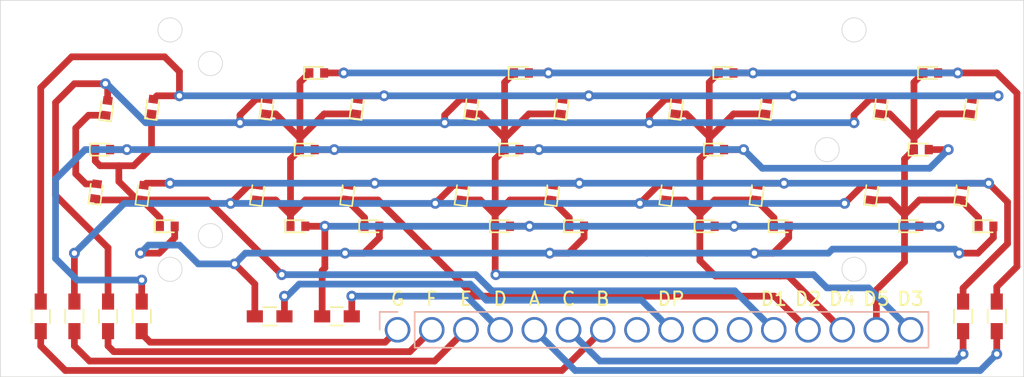
<source format=kicad_pcb>
(kicad_pcb (version 20171130) (host pcbnew "(5.1.7)-1")

  (general
    (thickness 1.6)
    (drawings 24)
    (tracks 324)
    (zones 0)
    (modules 47)
    (nets 26)
  )

  (page A4)
  (layers
    (0 F.Cu signal)
    (31 B.Cu signal)
    (32 B.Adhes user)
    (33 F.Adhes user)
    (34 B.Paste user)
    (35 F.Paste user)
    (36 B.SilkS user)
    (37 F.SilkS user)
    (38 B.Mask user)
    (39 F.Mask user)
    (40 Dwgs.User user)
    (41 Cmts.User user)
    (42 Eco1.User user)
    (43 Eco2.User user hide)
    (44 Edge.Cuts user)
    (45 Margin user)
    (46 B.CrtYd user)
    (47 F.CrtYd user)
    (48 B.Fab user)
    (49 F.Fab user hide)
  )

  (setup
    (last_trace_width 0.25)
    (user_trace_width 0.5)
    (trace_clearance 0.2)
    (zone_clearance 0.508)
    (zone_45_only no)
    (trace_min 0.2)
    (via_size 0.8)
    (via_drill 0.4)
    (via_min_size 0.4)
    (via_min_drill 0.3)
    (uvia_size 0.3)
    (uvia_drill 0.1)
    (uvias_allowed no)
    (uvia_min_size 0.2)
    (uvia_min_drill 0.1)
    (edge_width 0.05)
    (segment_width 0.2)
    (pcb_text_width 0.3)
    (pcb_text_size 1.5 1.5)
    (mod_edge_width 0.12)
    (mod_text_size 1 1)
    (mod_text_width 0.15)
    (pad_size 1.9 1.9)
    (pad_drill 1.5)
    (pad_to_mask_clearance 0)
    (aux_axis_origin 0 0)
    (visible_elements 7FFFFF7F)
    (pcbplotparams
      (layerselection 0x010fc_ffffffff)
      (usegerberextensions false)
      (usegerberattributes true)
      (usegerberadvancedattributes true)
      (creategerberjobfile true)
      (excludeedgelayer true)
      (linewidth 0.100000)
      (plotframeref false)
      (viasonmask false)
      (mode 1)
      (useauxorigin false)
      (hpglpennumber 1)
      (hpglpenspeed 20)
      (hpglpendiameter 15.000000)
      (psnegative false)
      (psa4output false)
      (plotreference true)
      (plotvalue false)
      (plotinvisibletext false)
      (padsonsilk false)
      (subtractmaskfromsilk true)
      (outputformat 1)
      (mirror false)
      (drillshape 0)
      (scaleselection 1)
      (outputdirectory "gerber"))
  )

  (net 0 "")
  (net 1 "Net-(J1-Pad8)")
  (net 2 "Net-(J1-Pad10)")
  (net 3 "Net-(J1-Pad11)")
  (net 4 D5)
  (net 5 A)
  (net 6 F)
  (net 7 G)
  (net 8 E)
  (net 9 B)
  (net 10 DP)
  (net 11 C)
  (net 12 D)
  (net 13 D4)
  (net 14 D1)
  (net 15 D3)
  (net 16 D2)
  (net 17 "Net-(D35-Pad1)")
  (net 18 "Net-(J1-Pad1)")
  (net 19 "Net-(J1-Pad2)")
  (net 20 "Net-(J1-Pad3)")
  (net 21 "Net-(J1-Pad4)")
  (net 22 "Net-(J1-Pad5)")
  (net 23 "Net-(J1-Pad6)")
  (net 24 "Net-(J1-Pad7)")
  (net 25 "Net-(J1-Pad9)")

  (net_class Default "This is the default net class."
    (clearance 0.2)
    (trace_width 0.25)
    (via_dia 0.8)
    (via_drill 0.4)
    (uvia_dia 0.3)
    (uvia_drill 0.1)
    (add_net A)
    (add_net B)
    (add_net C)
    (add_net D)
    (add_net D1)
    (add_net D2)
    (add_net D3)
    (add_net D4)
    (add_net D5)
    (add_net DP)
    (add_net E)
    (add_net F)
    (add_net G)
    (add_net "Net-(D35-Pad1)")
    (add_net "Net-(J1-Pad1)")
    (add_net "Net-(J1-Pad10)")
    (add_net "Net-(J1-Pad11)")
    (add_net "Net-(J1-Pad2)")
    (add_net "Net-(J1-Pad3)")
    (add_net "Net-(J1-Pad4)")
    (add_net "Net-(J1-Pad5)")
    (add_net "Net-(J1-Pad6)")
    (add_net "Net-(J1-Pad7)")
    (add_net "Net-(J1-Pad8)")
    (add_net "Net-(J1-Pad9)")
  )

  (module Resistors_SMD:R_0603_HandSoldering (layer F.Cu) (tedit 58E0A804) (tstamp 6105FB13)
    (at 40 43.5)
    (descr "Resistor SMD 0603, hand soldering")
    (tags "resistor 0603")
    (path /6152B96C)
    (attr smd)
    (fp_text reference R8 (at 0 -1.45) (layer F.SilkS) hide
      (effects (font (size 1 1) (thickness 0.15)))
    )
    (fp_text value 2.2k (at 0 1.55) (layer F.Fab)
      (effects (font (size 1 1) (thickness 0.15)))
    )
    (fp_line (start 1.95 0.7) (end -1.96 0.7) (layer F.CrtYd) (width 0.05))
    (fp_line (start 1.95 0.7) (end 1.95 -0.7) (layer F.CrtYd) (width 0.05))
    (fp_line (start -1.96 -0.7) (end -1.96 0.7) (layer F.CrtYd) (width 0.05))
    (fp_line (start -1.96 -0.7) (end 1.95 -0.7) (layer F.CrtYd) (width 0.05))
    (fp_line (start -0.5 -0.68) (end 0.5 -0.68) (layer F.SilkS) (width 0.12))
    (fp_line (start 0.5 0.68) (end -0.5 0.68) (layer F.SilkS) (width 0.12))
    (fp_line (start -0.8 -0.4) (end 0.8 -0.4) (layer F.Fab) (width 0.1))
    (fp_line (start 0.8 -0.4) (end 0.8 0.4) (layer F.Fab) (width 0.1))
    (fp_line (start 0.8 0.4) (end -0.8 0.4) (layer F.Fab) (width 0.1))
    (fp_line (start -0.8 0.4) (end -0.8 -0.4) (layer F.Fab) (width 0.1))
    (fp_text user %R (at 0 0) (layer F.Fab)
      (effects (font (size 0.4 0.4) (thickness 0.075)))
    )
    (pad 1 smd rect (at -1.1 0) (size 1.2 0.9) (layers F.Cu F.Paste F.Mask)
      (net 10 DP))
    (pad 2 smd rect (at 1.1 0) (size 1.2 0.9) (layers F.Cu F.Paste F.Mask)
      (net 25 "Net-(J1-Pad9)"))
    (model ${KISYS3DMOD}/Resistors_SMD.3dshapes/R_0603.wrl
      (at (xyz 0 0 0))
      (scale (xyz 1 1 1))
      (rotate (xyz 0 0 0))
    )
  )

  (module Resistors_SMD:R_0603_HandSoldering (layer F.Cu) (tedit 58E0A804) (tstamp 6105D60D)
    (at 23 43.5 270)
    (descr "Resistor SMD 0603, hand soldering")
    (tags "resistor 0603")
    (path /6147B7ED)
    (attr smd)
    (fp_text reference R7 (at 0 -1.45 90) (layer F.SilkS) hide
      (effects (font (size 1 1) (thickness 0.15)))
    )
    (fp_text value 2.2k (at 0 1.55 90) (layer F.Fab)
      (effects (font (size 1 1) (thickness 0.15)))
    )
    (fp_line (start 1.95 0.7) (end -1.96 0.7) (layer F.CrtYd) (width 0.05))
    (fp_line (start 1.95 0.7) (end 1.95 -0.7) (layer F.CrtYd) (width 0.05))
    (fp_line (start -1.96 -0.7) (end -1.96 0.7) (layer F.CrtYd) (width 0.05))
    (fp_line (start -1.96 -0.7) (end 1.95 -0.7) (layer F.CrtYd) (width 0.05))
    (fp_line (start -0.5 -0.68) (end 0.5 -0.68) (layer F.SilkS) (width 0.12))
    (fp_line (start 0.5 0.68) (end -0.5 0.68) (layer F.SilkS) (width 0.12))
    (fp_line (start -0.8 -0.4) (end 0.8 -0.4) (layer F.Fab) (width 0.1))
    (fp_line (start 0.8 -0.4) (end 0.8 0.4) (layer F.Fab) (width 0.1))
    (fp_line (start 0.8 0.4) (end -0.8 0.4) (layer F.Fab) (width 0.1))
    (fp_line (start -0.8 0.4) (end -0.8 -0.4) (layer F.Fab) (width 0.1))
    (fp_text user %R (at 0 0 90) (layer F.Fab)
      (effects (font (size 0.4 0.4) (thickness 0.075)))
    )
    (pad 1 smd rect (at -1.1 0 270) (size 1.2 0.9) (layers F.Cu F.Paste F.Mask)
      (net 9 B))
    (pad 2 smd rect (at 1.1 0 270) (size 1.2 0.9) (layers F.Cu F.Paste F.Mask)
      (net 24 "Net-(J1-Pad7)"))
    (model ${KISYS3DMOD}/Resistors_SMD.3dshapes/R_0603.wrl
      (at (xyz 0 0 0))
      (scale (xyz 1 1 1))
      (rotate (xyz 0 0 0))
    )
  )

  (module Resistors_SMD:R_0603_HandSoldering (layer F.Cu) (tedit 58E0A804) (tstamp 6105D60A)
    (at 91.5 43.5 270)
    (descr "Resistor SMD 0603, hand soldering")
    (tags "resistor 0603")
    (path /6147B44E)
    (attr smd)
    (fp_text reference R6 (at 0 -1.45 90) (layer F.SilkS) hide
      (effects (font (size 1 1) (thickness 0.15)))
    )
    (fp_text value 2.2k (at 0 1.55 90) (layer F.Fab)
      (effects (font (size 1 1) (thickness 0.15)))
    )
    (fp_line (start 1.95 0.7) (end -1.96 0.7) (layer F.CrtYd) (width 0.05))
    (fp_line (start 1.95 0.7) (end 1.95 -0.7) (layer F.CrtYd) (width 0.05))
    (fp_line (start -1.96 -0.7) (end -1.96 0.7) (layer F.CrtYd) (width 0.05))
    (fp_line (start -1.96 -0.7) (end 1.95 -0.7) (layer F.CrtYd) (width 0.05))
    (fp_line (start -0.5 -0.68) (end 0.5 -0.68) (layer F.SilkS) (width 0.12))
    (fp_line (start 0.5 0.68) (end -0.5 0.68) (layer F.SilkS) (width 0.12))
    (fp_line (start -0.8 -0.4) (end 0.8 -0.4) (layer F.Fab) (width 0.1))
    (fp_line (start 0.8 -0.4) (end 0.8 0.4) (layer F.Fab) (width 0.1))
    (fp_line (start 0.8 0.4) (end -0.8 0.4) (layer F.Fab) (width 0.1))
    (fp_line (start -0.8 0.4) (end -0.8 -0.4) (layer F.Fab) (width 0.1))
    (fp_text user %R (at 0 0 90) (layer F.Fab)
      (effects (font (size 0.4 0.4) (thickness 0.075)))
    )
    (pad 1 smd rect (at -1.1 0 270) (size 1.2 0.9) (layers F.Cu F.Paste F.Mask)
      (net 11 C))
    (pad 2 smd rect (at 1.1 0 270) (size 1.2 0.9) (layers F.Cu F.Paste F.Mask)
      (net 23 "Net-(J1-Pad6)"))
    (model ${KISYS3DMOD}/Resistors_SMD.3dshapes/R_0603.wrl
      (at (xyz 0 0 0))
      (scale (xyz 1 1 1))
      (rotate (xyz 0 0 0))
    )
  )

  (module Resistors_SMD:R_0603_HandSoldering (layer F.Cu) (tedit 58E0A804) (tstamp 6105D607)
    (at 94 43.5 270)
    (descr "Resistor SMD 0603, hand soldering")
    (tags "resistor 0603")
    (path /6147AFF5)
    (attr smd)
    (fp_text reference R5 (at 0 -1.45 90) (layer F.SilkS) hide
      (effects (font (size 1 1) (thickness 0.15)))
    )
    (fp_text value 2.2k (at 0 1.55 90) (layer F.Fab)
      (effects (font (size 1 1) (thickness 0.15)))
    )
    (fp_line (start 1.95 0.7) (end -1.96 0.7) (layer F.CrtYd) (width 0.05))
    (fp_line (start 1.95 0.7) (end 1.95 -0.7) (layer F.CrtYd) (width 0.05))
    (fp_line (start -1.96 -0.7) (end -1.96 0.7) (layer F.CrtYd) (width 0.05))
    (fp_line (start -1.96 -0.7) (end 1.95 -0.7) (layer F.CrtYd) (width 0.05))
    (fp_line (start -0.5 -0.68) (end 0.5 -0.68) (layer F.SilkS) (width 0.12))
    (fp_line (start 0.5 0.68) (end -0.5 0.68) (layer F.SilkS) (width 0.12))
    (fp_line (start -0.8 -0.4) (end 0.8 -0.4) (layer F.Fab) (width 0.1))
    (fp_line (start 0.8 -0.4) (end 0.8 0.4) (layer F.Fab) (width 0.1))
    (fp_line (start 0.8 0.4) (end -0.8 0.4) (layer F.Fab) (width 0.1))
    (fp_line (start -0.8 0.4) (end -0.8 -0.4) (layer F.Fab) (width 0.1))
    (fp_text user %R (at 0 0 90) (layer F.Fab)
      (effects (font (size 0.4 0.4) (thickness 0.075)))
    )
    (pad 1 smd rect (at -1.1 0 270) (size 1.2 0.9) (layers F.Cu F.Paste F.Mask)
      (net 5 A))
    (pad 2 smd rect (at 1.1 0 270) (size 1.2 0.9) (layers F.Cu F.Paste F.Mask)
      (net 22 "Net-(J1-Pad5)"))
    (model ${KISYS3DMOD}/Resistors_SMD.3dshapes/R_0603.wrl
      (at (xyz 0 0 0))
      (scale (xyz 1 1 1))
      (rotate (xyz 0 0 0))
    )
  )

  (module Resistors_SMD:R_0603_HandSoldering (layer F.Cu) (tedit 58E0A804) (tstamp 6105D604)
    (at 45 43.5)
    (descr "Resistor SMD 0603, hand soldering")
    (tags "resistor 0603")
    (path /6147AC40)
    (attr smd)
    (fp_text reference R4 (at 0 -1.45) (layer F.SilkS) hide
      (effects (font (size 1 1) (thickness 0.15)))
    )
    (fp_text value 2.2k (at 0 1.55) (layer F.Fab)
      (effects (font (size 1 1) (thickness 0.15)))
    )
    (fp_line (start 1.95 0.7) (end -1.96 0.7) (layer F.CrtYd) (width 0.05))
    (fp_line (start 1.95 0.7) (end 1.95 -0.7) (layer F.CrtYd) (width 0.05))
    (fp_line (start -1.96 -0.7) (end -1.96 0.7) (layer F.CrtYd) (width 0.05))
    (fp_line (start -1.96 -0.7) (end 1.95 -0.7) (layer F.CrtYd) (width 0.05))
    (fp_line (start -0.5 -0.68) (end 0.5 -0.68) (layer F.SilkS) (width 0.12))
    (fp_line (start 0.5 0.68) (end -0.5 0.68) (layer F.SilkS) (width 0.12))
    (fp_line (start -0.8 -0.4) (end 0.8 -0.4) (layer F.Fab) (width 0.1))
    (fp_line (start 0.8 -0.4) (end 0.8 0.4) (layer F.Fab) (width 0.1))
    (fp_line (start 0.8 0.4) (end -0.8 0.4) (layer F.Fab) (width 0.1))
    (fp_line (start -0.8 0.4) (end -0.8 -0.4) (layer F.Fab) (width 0.1))
    (fp_text user %R (at 0 0) (layer F.Fab)
      (effects (font (size 0.4 0.4) (thickness 0.075)))
    )
    (pad 1 smd rect (at -1.1 0) (size 1.2 0.9) (layers F.Cu F.Paste F.Mask)
      (net 12 D))
    (pad 2 smd rect (at 1.1 0) (size 1.2 0.9) (layers F.Cu F.Paste F.Mask)
      (net 21 "Net-(J1-Pad4)"))
    (model ${KISYS3DMOD}/Resistors_SMD.3dshapes/R_0603.wrl
      (at (xyz 0 0 0))
      (scale (xyz 1 1 1))
      (rotate (xyz 0 0 0))
    )
  )

  (module Resistors_SMD:R_0603_HandSoldering (layer F.Cu) (tedit 58E0A804) (tstamp 6105D601)
    (at 25.5 43.5 270)
    (descr "Resistor SMD 0603, hand soldering")
    (tags "resistor 0603")
    (path /6147A7C1)
    (attr smd)
    (fp_text reference R3 (at 0 -1.45 90) (layer F.SilkS) hide
      (effects (font (size 1 1) (thickness 0.15)))
    )
    (fp_text value 2.2k (at 0 1.55 90) (layer F.Fab)
      (effects (font (size 1 1) (thickness 0.15)))
    )
    (fp_line (start 1.95 0.7) (end -1.96 0.7) (layer F.CrtYd) (width 0.05))
    (fp_line (start 1.95 0.7) (end 1.95 -0.7) (layer F.CrtYd) (width 0.05))
    (fp_line (start -1.96 -0.7) (end -1.96 0.7) (layer F.CrtYd) (width 0.05))
    (fp_line (start -1.96 -0.7) (end 1.95 -0.7) (layer F.CrtYd) (width 0.05))
    (fp_line (start -0.5 -0.68) (end 0.5 -0.68) (layer F.SilkS) (width 0.12))
    (fp_line (start 0.5 0.68) (end -0.5 0.68) (layer F.SilkS) (width 0.12))
    (fp_line (start -0.8 -0.4) (end 0.8 -0.4) (layer F.Fab) (width 0.1))
    (fp_line (start 0.8 -0.4) (end 0.8 0.4) (layer F.Fab) (width 0.1))
    (fp_line (start 0.8 0.4) (end -0.8 0.4) (layer F.Fab) (width 0.1))
    (fp_line (start -0.8 0.4) (end -0.8 -0.4) (layer F.Fab) (width 0.1))
    (fp_text user %R (at 0 0 90) (layer F.Fab)
      (effects (font (size 0.4 0.4) (thickness 0.075)))
    )
    (pad 1 smd rect (at -1.1 0 270) (size 1.2 0.9) (layers F.Cu F.Paste F.Mask)
      (net 8 E))
    (pad 2 smd rect (at 1.1 0 270) (size 1.2 0.9) (layers F.Cu F.Paste F.Mask)
      (net 20 "Net-(J1-Pad3)"))
    (model ${KISYS3DMOD}/Resistors_SMD.3dshapes/R_0603.wrl
      (at (xyz 0 0 0))
      (scale (xyz 1 1 1))
      (rotate (xyz 0 0 0))
    )
  )

  (module Resistors_SMD:R_0603_HandSoldering (layer F.Cu) (tedit 58E0A804) (tstamp 6105D5FE)
    (at 28 43.5 270)
    (descr "Resistor SMD 0603, hand soldering")
    (tags "resistor 0603")
    (path /6147A3E0)
    (attr smd)
    (fp_text reference R2 (at 0 -1.45 90) (layer F.SilkS) hide
      (effects (font (size 1 1) (thickness 0.15)))
    )
    (fp_text value 2.2k (at 0 1.55 90) (layer F.Fab)
      (effects (font (size 1 1) (thickness 0.15)))
    )
    (fp_line (start 1.95 0.7) (end -1.96 0.7) (layer F.CrtYd) (width 0.05))
    (fp_line (start 1.95 0.7) (end 1.95 -0.7) (layer F.CrtYd) (width 0.05))
    (fp_line (start -1.96 -0.7) (end -1.96 0.7) (layer F.CrtYd) (width 0.05))
    (fp_line (start -1.96 -0.7) (end 1.95 -0.7) (layer F.CrtYd) (width 0.05))
    (fp_line (start -0.5 -0.68) (end 0.5 -0.68) (layer F.SilkS) (width 0.12))
    (fp_line (start 0.5 0.68) (end -0.5 0.68) (layer F.SilkS) (width 0.12))
    (fp_line (start -0.8 -0.4) (end 0.8 -0.4) (layer F.Fab) (width 0.1))
    (fp_line (start 0.8 -0.4) (end 0.8 0.4) (layer F.Fab) (width 0.1))
    (fp_line (start 0.8 0.4) (end -0.8 0.4) (layer F.Fab) (width 0.1))
    (fp_line (start -0.8 0.4) (end -0.8 -0.4) (layer F.Fab) (width 0.1))
    (fp_text user %R (at 0 0 90) (layer F.Fab)
      (effects (font (size 0.4 0.4) (thickness 0.075)))
    )
    (pad 1 smd rect (at -1.1 0 270) (size 1.2 0.9) (layers F.Cu F.Paste F.Mask)
      (net 6 F))
    (pad 2 smd rect (at 1.1 0 270) (size 1.2 0.9) (layers F.Cu F.Paste F.Mask)
      (net 19 "Net-(J1-Pad2)"))
    (model ${KISYS3DMOD}/Resistors_SMD.3dshapes/R_0603.wrl
      (at (xyz 0 0 0))
      (scale (xyz 1 1 1))
      (rotate (xyz 0 0 0))
    )
  )

  (module Resistors_SMD:R_0603_HandSoldering (layer F.Cu) (tedit 58E0A804) (tstamp 6105D5FB)
    (at 30.5 43.5 270)
    (descr "Resistor SMD 0603, hand soldering")
    (tags "resistor 0603")
    (path /61473954)
    (attr smd)
    (fp_text reference R1 (at 0 -1.45 90) (layer F.SilkS) hide
      (effects (font (size 1 1) (thickness 0.15)))
    )
    (fp_text value 2.2k (at 0 1.55 90) (layer F.Fab)
      (effects (font (size 1 1) (thickness 0.15)))
    )
    (fp_line (start 1.95 0.7) (end -1.96 0.7) (layer F.CrtYd) (width 0.05))
    (fp_line (start 1.95 0.7) (end 1.95 -0.7) (layer F.CrtYd) (width 0.05))
    (fp_line (start -1.96 -0.7) (end -1.96 0.7) (layer F.CrtYd) (width 0.05))
    (fp_line (start -1.96 -0.7) (end 1.95 -0.7) (layer F.CrtYd) (width 0.05))
    (fp_line (start -0.5 -0.68) (end 0.5 -0.68) (layer F.SilkS) (width 0.12))
    (fp_line (start 0.5 0.68) (end -0.5 0.68) (layer F.SilkS) (width 0.12))
    (fp_line (start -0.8 -0.4) (end 0.8 -0.4) (layer F.Fab) (width 0.1))
    (fp_line (start 0.8 -0.4) (end 0.8 0.4) (layer F.Fab) (width 0.1))
    (fp_line (start 0.8 0.4) (end -0.8 0.4) (layer F.Fab) (width 0.1))
    (fp_line (start -0.8 0.4) (end -0.8 -0.4) (layer F.Fab) (width 0.1))
    (fp_text user %R (at 0 0 90) (layer F.Fab)
      (effects (font (size 0.4 0.4) (thickness 0.075)))
    )
    (pad 1 smd rect (at -1.1 0 270) (size 1.2 0.9) (layers F.Cu F.Paste F.Mask)
      (net 7 G))
    (pad 2 smd rect (at 1.1 0 270) (size 1.2 0.9) (layers F.Cu F.Paste F.Mask)
      (net 18 "Net-(J1-Pad1)"))
    (model ${KISYS3DMOD}/Resistors_SMD.3dshapes/R_0603.wrl
      (at (xyz 0 0 0))
      (scale (xyz 1 1 1))
      (rotate (xyz 0 0 0))
    )
  )

  (module LEDs:LED_0402 (layer F.Cu) (tedit 57FE9357) (tstamp 60EB6D6B)
    (at 27.6 31.1)
    (descr "LED 0402 smd package")
    (tags "LED led 0402 SMD smd SMT smt smdled SMDLED smtled SMTLED")
    (path /60F60A11)
    (attr smd)
    (fp_text reference D38 (at 0 -1.2) (layer F.SilkS) hide
      (effects (font (size 1 1) (thickness 0.15)))
    )
    (fp_text value LED (at 0 1.4) (layer F.Fab)
      (effects (font (size 1 1) (thickness 0.15)))
    )
    (fp_line (start -0.95 -0.45) (end -0.95 0.45) (layer F.SilkS) (width 0.12))
    (fp_line (start -0.15 -0.2) (end -0.15 0.2) (layer F.Fab) (width 0.1))
    (fp_line (start -0.15 0) (end 0.15 -0.2) (layer F.Fab) (width 0.1))
    (fp_line (start 0.15 0.2) (end -0.15 0) (layer F.Fab) (width 0.1))
    (fp_line (start 0.15 -0.2) (end 0.15 0.2) (layer F.Fab) (width 0.1))
    (fp_line (start 0.5 0.25) (end -0.5 0.25) (layer F.Fab) (width 0.1))
    (fp_line (start 0.5 -0.25) (end 0.5 0.25) (layer F.Fab) (width 0.1))
    (fp_line (start -0.5 -0.25) (end 0.5 -0.25) (layer F.Fab) (width 0.1))
    (fp_line (start -0.5 0.25) (end -0.5 -0.25) (layer F.Fab) (width 0.1))
    (fp_line (start -0.95 0.45) (end 0.5 0.45) (layer F.SilkS) (width 0.12))
    (fp_line (start -0.95 -0.45) (end 0.5 -0.45) (layer F.SilkS) (width 0.12))
    (fp_line (start 1 -0.5) (end 1 0.5) (layer F.CrtYd) (width 0.05))
    (fp_line (start 1 0.5) (end -1 0.5) (layer F.CrtYd) (width 0.05))
    (fp_line (start -1 0.5) (end -1 -0.5) (layer F.CrtYd) (width 0.05))
    (fp_line (start -1 -0.5) (end 1 -0.5) (layer F.CrtYd) (width 0.05))
    (pad 2 smd rect (at 0.55 0 180) (size 0.6 0.7) (layers F.Cu F.Paste F.Mask)
      (net 7 G))
    (pad 1 smd rect (at -0.55 0 180) (size 0.6 0.7) (layers F.Cu F.Paste F.Mask)
      (net 14 D1))
    (model ${KISYS3DMOD}/LEDs.3dshapes/LED_0402.wrl
      (at (xyz 0 0 0))
      (scale (xyz 1 1 1))
      (rotate (xyz 0 0 180))
    )
  )

  (module LEDs:LED_0402 (layer F.Cu) (tedit 57FE9357) (tstamp 60EB6D68)
    (at 32.4 36.8)
    (descr "LED 0402 smd package")
    (tags "LED led 0402 SMD smd SMT smt smdled SMDLED smtled SMTLED")
    (path /60F60A07)
    (attr smd)
    (fp_text reference D37 (at 0 -1.2) (layer F.SilkS) hide
      (effects (font (size 1 1) (thickness 0.15)))
    )
    (fp_text value LED (at 0 1.4) (layer F.Fab)
      (effects (font (size 1 1) (thickness 0.15)))
    )
    (fp_line (start -0.95 -0.45) (end -0.95 0.45) (layer F.SilkS) (width 0.12))
    (fp_line (start -0.15 -0.2) (end -0.15 0.2) (layer F.Fab) (width 0.1))
    (fp_line (start -0.15 0) (end 0.15 -0.2) (layer F.Fab) (width 0.1))
    (fp_line (start 0.15 0.2) (end -0.15 0) (layer F.Fab) (width 0.1))
    (fp_line (start 0.15 -0.2) (end 0.15 0.2) (layer F.Fab) (width 0.1))
    (fp_line (start 0.5 0.25) (end -0.5 0.25) (layer F.Fab) (width 0.1))
    (fp_line (start 0.5 -0.25) (end 0.5 0.25) (layer F.Fab) (width 0.1))
    (fp_line (start -0.5 -0.25) (end 0.5 -0.25) (layer F.Fab) (width 0.1))
    (fp_line (start -0.5 0.25) (end -0.5 -0.25) (layer F.Fab) (width 0.1))
    (fp_line (start -0.95 0.45) (end 0.5 0.45) (layer F.SilkS) (width 0.12))
    (fp_line (start -0.95 -0.45) (end 0.5 -0.45) (layer F.SilkS) (width 0.12))
    (fp_line (start 1 -0.5) (end 1 0.5) (layer F.CrtYd) (width 0.05))
    (fp_line (start 1 0.5) (end -1 0.5) (layer F.CrtYd) (width 0.05))
    (fp_line (start -1 0.5) (end -1 -0.5) (layer F.CrtYd) (width 0.05))
    (fp_line (start -1 -0.5) (end 1 -0.5) (layer F.CrtYd) (width 0.05))
    (pad 2 smd rect (at 0.55 0 180) (size 0.6 0.7) (layers F.Cu F.Paste F.Mask)
      (net 10 DP))
    (pad 1 smd rect (at -0.55 0 180) (size 0.6 0.7) (layers F.Cu F.Paste F.Mask)
      (net 14 D1))
    (model ${KISYS3DMOD}/LEDs.3dshapes/LED_0402.wrl
      (at (xyz 0 0 0))
      (scale (xyz 1 1 1))
      (rotate (xyz 0 0 180))
    )
  )

  (module LEDs:LED_0402 (layer F.Cu) (tedit 57FE9357) (tstamp 60EB6D65)
    (at 27.1 34.2 82.5)
    (descr "LED 0402 smd package")
    (tags "LED led 0402 SMD smd SMT smt smdled SMDLED smtled SMTLED")
    (path /60F609FD)
    (attr smd)
    (fp_text reference D36 (at 0 -1.2 82.5) (layer F.SilkS) hide
      (effects (font (size 1 1) (thickness 0.15)))
    )
    (fp_text value LED (at 0 1.4 82.5) (layer F.Fab)
      (effects (font (size 1 1) (thickness 0.15)))
    )
    (fp_line (start -0.95 -0.45) (end -0.95 0.45) (layer F.SilkS) (width 0.12))
    (fp_line (start -0.15 -0.2) (end -0.15 0.2) (layer F.Fab) (width 0.1))
    (fp_line (start -0.15 0) (end 0.15 -0.2) (layer F.Fab) (width 0.1))
    (fp_line (start 0.15 0.2) (end -0.15 0) (layer F.Fab) (width 0.1))
    (fp_line (start 0.15 -0.2) (end 0.15 0.2) (layer F.Fab) (width 0.1))
    (fp_line (start 0.5 0.25) (end -0.5 0.25) (layer F.Fab) (width 0.1))
    (fp_line (start 0.5 -0.25) (end 0.5 0.25) (layer F.Fab) (width 0.1))
    (fp_line (start -0.5 -0.25) (end 0.5 -0.25) (layer F.Fab) (width 0.1))
    (fp_line (start -0.5 0.25) (end -0.5 -0.25) (layer F.Fab) (width 0.1))
    (fp_line (start -0.95 0.45) (end 0.5 0.45) (layer F.SilkS) (width 0.12))
    (fp_line (start -0.95 -0.45) (end 0.5 -0.45) (layer F.SilkS) (width 0.12))
    (fp_line (start 1 -0.5) (end 1 0.5) (layer F.CrtYd) (width 0.05))
    (fp_line (start 1 0.5) (end -1 0.5) (layer F.CrtYd) (width 0.05))
    (fp_line (start -1 0.5) (end -1 -0.5) (layer F.CrtYd) (width 0.05))
    (fp_line (start -1 -0.5) (end 1 -0.5) (layer F.CrtYd) (width 0.05))
    (pad 2 smd rect (at 0.55 0 262.5) (size 0.6 0.7) (layers F.Cu F.Paste F.Mask)
      (net 17 "Net-(D35-Pad1)"))
    (pad 1 smd rect (at -0.55 0 262.5) (size 0.6 0.7) (layers F.Cu F.Paste F.Mask)
      (net 14 D1))
    (model ${KISYS3DMOD}/LEDs.3dshapes/LED_0402.wrl
      (at (xyz 0 0 0))
      (scale (xyz 1 1 1))
      (rotate (xyz 0 0 180))
    )
  )

  (module LEDs:LED_0402 (layer F.Cu) (tedit 57FE9357) (tstamp 60EB6D62)
    (at 27.9 28 82.5)
    (descr "LED 0402 smd package")
    (tags "LED led 0402 SMD smd SMT smt smdled SMDLED smtled SMTLED")
    (path /60F609F3)
    (attr smd)
    (fp_text reference D35 (at 0 -1.2 82.5) (layer F.SilkS) hide
      (effects (font (size 1 1) (thickness 0.15)))
    )
    (fp_text value LED (at 0 1.4 82.5) (layer F.Fab)
      (effects (font (size 1 1) (thickness 0.15)))
    )
    (fp_line (start -0.95 -0.45) (end -0.95 0.45) (layer F.SilkS) (width 0.12))
    (fp_line (start -0.15 -0.2) (end -0.15 0.2) (layer F.Fab) (width 0.1))
    (fp_line (start -0.15 0) (end 0.15 -0.2) (layer F.Fab) (width 0.1))
    (fp_line (start 0.15 0.2) (end -0.15 0) (layer F.Fab) (width 0.1))
    (fp_line (start 0.15 -0.2) (end 0.15 0.2) (layer F.Fab) (width 0.1))
    (fp_line (start 0.5 0.25) (end -0.5 0.25) (layer F.Fab) (width 0.1))
    (fp_line (start 0.5 -0.25) (end 0.5 0.25) (layer F.Fab) (width 0.1))
    (fp_line (start -0.5 -0.25) (end 0.5 -0.25) (layer F.Fab) (width 0.1))
    (fp_line (start -0.5 0.25) (end -0.5 -0.25) (layer F.Fab) (width 0.1))
    (fp_line (start -0.95 0.45) (end 0.5 0.45) (layer F.SilkS) (width 0.12))
    (fp_line (start -0.95 -0.45) (end 0.5 -0.45) (layer F.SilkS) (width 0.12))
    (fp_line (start 1 -0.5) (end 1 0.5) (layer F.CrtYd) (width 0.05))
    (fp_line (start 1 0.5) (end -1 0.5) (layer F.CrtYd) (width 0.05))
    (fp_line (start -1 0.5) (end -1 -0.5) (layer F.CrtYd) (width 0.05))
    (fp_line (start -1 -0.5) (end 1 -0.5) (layer F.CrtYd) (width 0.05))
    (pad 2 smd rect (at 0.55 0 262.5) (size 0.6 0.7) (layers F.Cu F.Paste F.Mask)
      (net 6 F))
    (pad 1 smd rect (at -0.55 0 262.5) (size 0.6 0.7) (layers F.Cu F.Paste F.Mask)
      (net 17 "Net-(D35-Pad1)"))
    (model ${KISYS3DMOD}/LEDs.3dshapes/LED_0402.wrl
      (at (xyz 0 0 0))
      (scale (xyz 1 1 1))
      (rotate (xyz 0 0 180))
    )
  )

  (module LEDs:LED_0402 (layer F.Cu) (tedit 57FE9357) (tstamp 60EB6D5F)
    (at 30.6 34.3 82.5)
    (descr "LED 0402 smd package")
    (tags "LED led 0402 SMD smd SMT smt smdled SMDLED smtled SMTLED")
    (path /60F609E9)
    (attr smd)
    (fp_text reference D34 (at 0 -1.2 82.5) (layer F.SilkS) hide
      (effects (font (size 1 1) (thickness 0.15)))
    )
    (fp_text value LED (at 0 1.4 82.5) (layer F.Fab)
      (effects (font (size 1 1) (thickness 0.15)))
    )
    (fp_line (start -0.95 -0.45) (end -0.95 0.45) (layer F.SilkS) (width 0.12))
    (fp_line (start -0.15 -0.2) (end -0.15 0.2) (layer F.Fab) (width 0.1))
    (fp_line (start -0.15 0) (end 0.15 -0.2) (layer F.Fab) (width 0.1))
    (fp_line (start 0.15 0.2) (end -0.15 0) (layer F.Fab) (width 0.1))
    (fp_line (start 0.15 -0.2) (end 0.15 0.2) (layer F.Fab) (width 0.1))
    (fp_line (start 0.5 0.25) (end -0.5 0.25) (layer F.Fab) (width 0.1))
    (fp_line (start 0.5 -0.25) (end 0.5 0.25) (layer F.Fab) (width 0.1))
    (fp_line (start -0.5 -0.25) (end 0.5 -0.25) (layer F.Fab) (width 0.1))
    (fp_line (start -0.5 0.25) (end -0.5 -0.25) (layer F.Fab) (width 0.1))
    (fp_line (start -0.95 0.45) (end 0.5 0.45) (layer F.SilkS) (width 0.12))
    (fp_line (start -0.95 -0.45) (end 0.5 -0.45) (layer F.SilkS) (width 0.12))
    (fp_line (start 1 -0.5) (end 1 0.5) (layer F.CrtYd) (width 0.05))
    (fp_line (start 1 0.5) (end -1 0.5) (layer F.CrtYd) (width 0.05))
    (fp_line (start -1 0.5) (end -1 -0.5) (layer F.CrtYd) (width 0.05))
    (fp_line (start -1 -0.5) (end 1 -0.5) (layer F.CrtYd) (width 0.05))
    (pad 2 smd rect (at 0.55 0 262.5) (size 0.6 0.7) (layers F.Cu F.Paste F.Mask)
      (net 11 C))
    (pad 1 smd rect (at -0.55 0 262.5) (size 0.6 0.7) (layers F.Cu F.Paste F.Mask)
      (net 14 D1))
    (model ${KISYS3DMOD}/LEDs.3dshapes/LED_0402.wrl
      (at (xyz 0 0 0))
      (scale (xyz 1 1 1))
      (rotate (xyz 0 0 180))
    )
  )

  (module LEDs:LED_0402 (layer F.Cu) (tedit 57FE9357) (tstamp 60EB6D5C)
    (at 47.6 36.8)
    (descr "LED 0402 smd package")
    (tags "LED led 0402 SMD smd SMT smt smdled SMDLED smtled SMTLED")
    (path /60F604FF)
    (attr smd)
    (fp_text reference D33 (at 0 -1.2) (layer F.SilkS) hide
      (effects (font (size 1 1) (thickness 0.15)))
    )
    (fp_text value LED (at 0 1.4) (layer F.Fab)
      (effects (font (size 1 1) (thickness 0.15)))
    )
    (fp_line (start -0.95 -0.45) (end -0.95 0.45) (layer F.SilkS) (width 0.12))
    (fp_line (start -0.15 -0.2) (end -0.15 0.2) (layer F.Fab) (width 0.1))
    (fp_line (start -0.15 0) (end 0.15 -0.2) (layer F.Fab) (width 0.1))
    (fp_line (start 0.15 0.2) (end -0.15 0) (layer F.Fab) (width 0.1))
    (fp_line (start 0.15 -0.2) (end 0.15 0.2) (layer F.Fab) (width 0.1))
    (fp_line (start 0.5 0.25) (end -0.5 0.25) (layer F.Fab) (width 0.1))
    (fp_line (start 0.5 -0.25) (end 0.5 0.25) (layer F.Fab) (width 0.1))
    (fp_line (start -0.5 -0.25) (end 0.5 -0.25) (layer F.Fab) (width 0.1))
    (fp_line (start -0.5 0.25) (end -0.5 -0.25) (layer F.Fab) (width 0.1))
    (fp_line (start -0.95 0.45) (end 0.5 0.45) (layer F.SilkS) (width 0.12))
    (fp_line (start -0.95 -0.45) (end 0.5 -0.45) (layer F.SilkS) (width 0.12))
    (fp_line (start 1 -0.5) (end 1 0.5) (layer F.CrtYd) (width 0.05))
    (fp_line (start 1 0.5) (end -1 0.5) (layer F.CrtYd) (width 0.05))
    (fp_line (start -1 0.5) (end -1 -0.5) (layer F.CrtYd) (width 0.05))
    (fp_line (start -1 -0.5) (end 1 -0.5) (layer F.CrtYd) (width 0.05))
    (pad 2 smd rect (at 0.55 0 180) (size 0.6 0.7) (layers F.Cu F.Paste F.Mask)
      (net 10 DP))
    (pad 1 smd rect (at -0.55 0 180) (size 0.6 0.7) (layers F.Cu F.Paste F.Mask)
      (net 16 D2))
    (model ${KISYS3DMOD}/LEDs.3dshapes/LED_0402.wrl
      (at (xyz 0 0 0))
      (scale (xyz 1 1 1))
      (rotate (xyz 0 0 180))
    )
  )

  (module LEDs:LED_0402 (layer F.Cu) (tedit 57FE9357) (tstamp 60EB59F3)
    (at 42.1 36.8)
    (descr "LED 0402 smd package")
    (tags "LED led 0402 SMD smd SMT smt smdled SMDLED smtled SMTLED")
    (path /60F31858)
    (attr smd)
    (fp_text reference D32 (at 0 -1.2) (layer F.SilkS) hide
      (effects (font (size 1 1) (thickness 0.15)))
    )
    (fp_text value LED (at 0 1.4) (layer F.Fab)
      (effects (font (size 1 1) (thickness 0.15)))
    )
    (fp_line (start -0.95 -0.45) (end -0.95 0.45) (layer F.SilkS) (width 0.12))
    (fp_line (start -0.15 -0.2) (end -0.15 0.2) (layer F.Fab) (width 0.1))
    (fp_line (start -0.15 0) (end 0.15 -0.2) (layer F.Fab) (width 0.1))
    (fp_line (start 0.15 0.2) (end -0.15 0) (layer F.Fab) (width 0.1))
    (fp_line (start 0.15 -0.2) (end 0.15 0.2) (layer F.Fab) (width 0.1))
    (fp_line (start 0.5 0.25) (end -0.5 0.25) (layer F.Fab) (width 0.1))
    (fp_line (start 0.5 -0.25) (end 0.5 0.25) (layer F.Fab) (width 0.1))
    (fp_line (start -0.5 -0.25) (end 0.5 -0.25) (layer F.Fab) (width 0.1))
    (fp_line (start -0.5 0.25) (end -0.5 -0.25) (layer F.Fab) (width 0.1))
    (fp_line (start -0.95 0.45) (end 0.5 0.45) (layer F.SilkS) (width 0.12))
    (fp_line (start -0.95 -0.45) (end 0.5 -0.45) (layer F.SilkS) (width 0.12))
    (fp_line (start 1 -0.5) (end 1 0.5) (layer F.CrtYd) (width 0.05))
    (fp_line (start 1 0.5) (end -1 0.5) (layer F.CrtYd) (width 0.05))
    (fp_line (start -1 0.5) (end -1 -0.5) (layer F.CrtYd) (width 0.05))
    (fp_line (start -1 -0.5) (end 1 -0.5) (layer F.CrtYd) (width 0.05))
    (pad 2 smd rect (at 0.55 0 180) (size 0.6 0.7) (layers F.Cu F.Paste F.Mask)
      (net 12 D))
    (pad 1 smd rect (at -0.55 0 180) (size 0.6 0.7) (layers F.Cu F.Paste F.Mask)
      (net 16 D2))
    (model ${KISYS3DMOD}/LEDs.3dshapes/LED_0402.wrl
      (at (xyz 0 0 0))
      (scale (xyz 1 1 1))
      (rotate (xyz 0 0 180))
    )
  )

  (module LEDs:LED_0402 (layer F.Cu) (tedit 57FE9357) (tstamp 60EB59F0)
    (at 39.1 34.3 82.5)
    (descr "LED 0402 smd package")
    (tags "LED led 0402 SMD smd SMT smt smdled SMDLED smtled SMTLED")
    (path /60F317B8)
    (attr smd)
    (fp_text reference D31 (at 0 -1.2 82.5) (layer F.SilkS) hide
      (effects (font (size 1 1) (thickness 0.15)))
    )
    (fp_text value LED (at 0 1.4 82.5) (layer F.Fab)
      (effects (font (size 1 1) (thickness 0.15)))
    )
    (fp_line (start -0.95 -0.45) (end -0.95 0.45) (layer F.SilkS) (width 0.12))
    (fp_line (start -0.15 -0.2) (end -0.15 0.2) (layer F.Fab) (width 0.1))
    (fp_line (start -0.15 0) (end 0.15 -0.2) (layer F.Fab) (width 0.1))
    (fp_line (start 0.15 0.2) (end -0.15 0) (layer F.Fab) (width 0.1))
    (fp_line (start 0.15 -0.2) (end 0.15 0.2) (layer F.Fab) (width 0.1))
    (fp_line (start 0.5 0.25) (end -0.5 0.25) (layer F.Fab) (width 0.1))
    (fp_line (start 0.5 -0.25) (end 0.5 0.25) (layer F.Fab) (width 0.1))
    (fp_line (start -0.5 -0.25) (end 0.5 -0.25) (layer F.Fab) (width 0.1))
    (fp_line (start -0.5 0.25) (end -0.5 -0.25) (layer F.Fab) (width 0.1))
    (fp_line (start -0.95 0.45) (end 0.5 0.45) (layer F.SilkS) (width 0.12))
    (fp_line (start -0.95 -0.45) (end 0.5 -0.45) (layer F.SilkS) (width 0.12))
    (fp_line (start 1 -0.5) (end 1 0.5) (layer F.CrtYd) (width 0.05))
    (fp_line (start 1 0.5) (end -1 0.5) (layer F.CrtYd) (width 0.05))
    (fp_line (start -1 0.5) (end -1 -0.5) (layer F.CrtYd) (width 0.05))
    (fp_line (start -1 -0.5) (end 1 -0.5) (layer F.CrtYd) (width 0.05))
    (pad 2 smd rect (at 0.55 0 262.5) (size 0.6 0.7) (layers F.Cu F.Paste F.Mask)
      (net 8 E))
    (pad 1 smd rect (at -0.55 0 262.5) (size 0.6 0.7) (layers F.Cu F.Paste F.Mask)
      (net 16 D2))
    (model ${KISYS3DMOD}/LEDs.3dshapes/LED_0402.wrl
      (at (xyz 0 0 0))
      (scale (xyz 1 1 1))
      (rotate (xyz 0 0 180))
    )
  )

  (module LEDs:LED_0402 (layer F.Cu) (tedit 57FE9357) (tstamp 60EB59ED)
    (at 45.8 34.3 82.5)
    (descr "LED 0402 smd package")
    (tags "LED led 0402 SMD smd SMT smt smdled SMDLED smtled SMTLED")
    (path /60F2B774)
    (attr smd)
    (fp_text reference D30 (at 0 -1.2 82.5) (layer F.SilkS) hide
      (effects (font (size 1 1) (thickness 0.15)))
    )
    (fp_text value LED (at 0 1.4 82.5) (layer F.Fab)
      (effects (font (size 1 1) (thickness 0.15)))
    )
    (fp_line (start -0.95 -0.45) (end -0.95 0.45) (layer F.SilkS) (width 0.12))
    (fp_line (start -0.15 -0.2) (end -0.15 0.2) (layer F.Fab) (width 0.1))
    (fp_line (start -0.15 0) (end 0.15 -0.2) (layer F.Fab) (width 0.1))
    (fp_line (start 0.15 0.2) (end -0.15 0) (layer F.Fab) (width 0.1))
    (fp_line (start 0.15 -0.2) (end 0.15 0.2) (layer F.Fab) (width 0.1))
    (fp_line (start 0.5 0.25) (end -0.5 0.25) (layer F.Fab) (width 0.1))
    (fp_line (start 0.5 -0.25) (end 0.5 0.25) (layer F.Fab) (width 0.1))
    (fp_line (start -0.5 -0.25) (end 0.5 -0.25) (layer F.Fab) (width 0.1))
    (fp_line (start -0.5 0.25) (end -0.5 -0.25) (layer F.Fab) (width 0.1))
    (fp_line (start -0.95 0.45) (end 0.5 0.45) (layer F.SilkS) (width 0.12))
    (fp_line (start -0.95 -0.45) (end 0.5 -0.45) (layer F.SilkS) (width 0.12))
    (fp_line (start 1 -0.5) (end 1 0.5) (layer F.CrtYd) (width 0.05))
    (fp_line (start 1 0.5) (end -1 0.5) (layer F.CrtYd) (width 0.05))
    (fp_line (start -1 0.5) (end -1 -0.5) (layer F.CrtYd) (width 0.05))
    (fp_line (start -1 -0.5) (end 1 -0.5) (layer F.CrtYd) (width 0.05))
    (pad 2 smd rect (at 0.55 0 262.5) (size 0.6 0.7) (layers F.Cu F.Paste F.Mask)
      (net 11 C))
    (pad 1 smd rect (at -0.55 0 262.5) (size 0.6 0.7) (layers F.Cu F.Paste F.Mask)
      (net 16 D2))
    (model ${KISYS3DMOD}/LEDs.3dshapes/LED_0402.wrl
      (at (xyz 0 0 0))
      (scale (xyz 1 1 1))
      (rotate (xyz 0 0 180))
    )
  )

  (module LEDs:LED_0402 (layer F.Cu) (tedit 57FE9357) (tstamp 60EB59EA)
    (at 39.8 27.9 82.5)
    (descr "LED 0402 smd package")
    (tags "LED led 0402 SMD smd SMT smt smdled SMDLED smtled SMTLED")
    (path /60F31808)
    (attr smd)
    (fp_text reference D29 (at 0 -1.2 82.5) (layer F.SilkS) hide
      (effects (font (size 1 1) (thickness 0.15)))
    )
    (fp_text value LED (at 0 1.4 82.5) (layer F.Fab)
      (effects (font (size 1 1) (thickness 0.15)))
    )
    (fp_line (start -0.95 -0.45) (end -0.95 0.45) (layer F.SilkS) (width 0.12))
    (fp_line (start -0.15 -0.2) (end -0.15 0.2) (layer F.Fab) (width 0.1))
    (fp_line (start -0.15 0) (end 0.15 -0.2) (layer F.Fab) (width 0.1))
    (fp_line (start 0.15 0.2) (end -0.15 0) (layer F.Fab) (width 0.1))
    (fp_line (start 0.15 -0.2) (end 0.15 0.2) (layer F.Fab) (width 0.1))
    (fp_line (start 0.5 0.25) (end -0.5 0.25) (layer F.Fab) (width 0.1))
    (fp_line (start 0.5 -0.25) (end 0.5 0.25) (layer F.Fab) (width 0.1))
    (fp_line (start -0.5 -0.25) (end 0.5 -0.25) (layer F.Fab) (width 0.1))
    (fp_line (start -0.5 0.25) (end -0.5 -0.25) (layer F.Fab) (width 0.1))
    (fp_line (start -0.95 0.45) (end 0.5 0.45) (layer F.SilkS) (width 0.12))
    (fp_line (start -0.95 -0.45) (end 0.5 -0.45) (layer F.SilkS) (width 0.12))
    (fp_line (start 1 -0.5) (end 1 0.5) (layer F.CrtYd) (width 0.05))
    (fp_line (start 1 0.5) (end -1 0.5) (layer F.CrtYd) (width 0.05))
    (fp_line (start -1 0.5) (end -1 -0.5) (layer F.CrtYd) (width 0.05))
    (fp_line (start -1 -0.5) (end 1 -0.5) (layer F.CrtYd) (width 0.05))
    (pad 2 smd rect (at 0.55 0 262.5) (size 0.6 0.7) (layers F.Cu F.Paste F.Mask)
      (net 6 F))
    (pad 1 smd rect (at -0.55 0 262.5) (size 0.6 0.7) (layers F.Cu F.Paste F.Mask)
      (net 16 D2))
    (model ${KISYS3DMOD}/LEDs.3dshapes/LED_0402.wrl
      (at (xyz 0 0 0))
      (scale (xyz 1 1 1))
      (rotate (xyz 0 0 180))
    )
  )

  (module LEDs:LED_0402 (layer F.Cu) (tedit 57FE9357) (tstamp 60EB59E7)
    (at 42.8 31.1)
    (descr "LED 0402 smd package")
    (tags "LED led 0402 SMD smd SMT smt smdled SMDLED smtled SMTLED")
    (path /60F31768)
    (attr smd)
    (fp_text reference D28 (at 0 -1.2) (layer F.SilkS) hide
      (effects (font (size 1 1) (thickness 0.15)))
    )
    (fp_text value LED (at 0 1.4) (layer F.Fab)
      (effects (font (size 1 1) (thickness 0.15)))
    )
    (fp_line (start -0.95 -0.45) (end -0.95 0.45) (layer F.SilkS) (width 0.12))
    (fp_line (start -0.15 -0.2) (end -0.15 0.2) (layer F.Fab) (width 0.1))
    (fp_line (start -0.15 0) (end 0.15 -0.2) (layer F.Fab) (width 0.1))
    (fp_line (start 0.15 0.2) (end -0.15 0) (layer F.Fab) (width 0.1))
    (fp_line (start 0.15 -0.2) (end 0.15 0.2) (layer F.Fab) (width 0.1))
    (fp_line (start 0.5 0.25) (end -0.5 0.25) (layer F.Fab) (width 0.1))
    (fp_line (start 0.5 -0.25) (end 0.5 0.25) (layer F.Fab) (width 0.1))
    (fp_line (start -0.5 -0.25) (end 0.5 -0.25) (layer F.Fab) (width 0.1))
    (fp_line (start -0.5 0.25) (end -0.5 -0.25) (layer F.Fab) (width 0.1))
    (fp_line (start -0.95 0.45) (end 0.5 0.45) (layer F.SilkS) (width 0.12))
    (fp_line (start -0.95 -0.45) (end 0.5 -0.45) (layer F.SilkS) (width 0.12))
    (fp_line (start 1 -0.5) (end 1 0.5) (layer F.CrtYd) (width 0.05))
    (fp_line (start 1 0.5) (end -1 0.5) (layer F.CrtYd) (width 0.05))
    (fp_line (start -1 0.5) (end -1 -0.5) (layer F.CrtYd) (width 0.05))
    (fp_line (start -1 -0.5) (end 1 -0.5) (layer F.CrtYd) (width 0.05))
    (pad 2 smd rect (at 0.55 0 180) (size 0.6 0.7) (layers F.Cu F.Paste F.Mask)
      (net 7 G))
    (pad 1 smd rect (at -0.55 0 180) (size 0.6 0.7) (layers F.Cu F.Paste F.Mask)
      (net 16 D2))
    (model ${KISYS3DMOD}/LEDs.3dshapes/LED_0402.wrl
      (at (xyz 0 0 0))
      (scale (xyz 1 1 1))
      (rotate (xyz 0 0 180))
    )
  )

  (module LEDs:LED_0402 (layer F.Cu) (tedit 57FE9357) (tstamp 60EB59E4)
    (at 46.5 27.9 82.5)
    (descr "LED 0402 smd package")
    (tags "LED led 0402 SMD smd SMT smt smdled SMDLED smtled SMTLED")
    (path /60F2B724)
    (attr smd)
    (fp_text reference D27 (at 0 -1.2 82.5) (layer F.SilkS) hide
      (effects (font (size 1 1) (thickness 0.15)))
    )
    (fp_text value LED (at 0 1.4 82.5) (layer F.Fab)
      (effects (font (size 1 1) (thickness 0.15)))
    )
    (fp_line (start -0.95 -0.45) (end -0.95 0.45) (layer F.SilkS) (width 0.12))
    (fp_line (start -0.15 -0.2) (end -0.15 0.2) (layer F.Fab) (width 0.1))
    (fp_line (start -0.15 0) (end 0.15 -0.2) (layer F.Fab) (width 0.1))
    (fp_line (start 0.15 0.2) (end -0.15 0) (layer F.Fab) (width 0.1))
    (fp_line (start 0.15 -0.2) (end 0.15 0.2) (layer F.Fab) (width 0.1))
    (fp_line (start 0.5 0.25) (end -0.5 0.25) (layer F.Fab) (width 0.1))
    (fp_line (start 0.5 -0.25) (end 0.5 0.25) (layer F.Fab) (width 0.1))
    (fp_line (start -0.5 -0.25) (end 0.5 -0.25) (layer F.Fab) (width 0.1))
    (fp_line (start -0.5 0.25) (end -0.5 -0.25) (layer F.Fab) (width 0.1))
    (fp_line (start -0.95 0.45) (end 0.5 0.45) (layer F.SilkS) (width 0.12))
    (fp_line (start -0.95 -0.45) (end 0.5 -0.45) (layer F.SilkS) (width 0.12))
    (fp_line (start 1 -0.5) (end 1 0.5) (layer F.CrtYd) (width 0.05))
    (fp_line (start 1 0.5) (end -1 0.5) (layer F.CrtYd) (width 0.05))
    (fp_line (start -1 0.5) (end -1 -0.5) (layer F.CrtYd) (width 0.05))
    (fp_line (start -1 -0.5) (end 1 -0.5) (layer F.CrtYd) (width 0.05))
    (pad 2 smd rect (at 0.55 0 262.5) (size 0.6 0.7) (layers F.Cu F.Paste F.Mask)
      (net 9 B))
    (pad 1 smd rect (at -0.55 0 262.5) (size 0.6 0.7) (layers F.Cu F.Paste F.Mask)
      (net 16 D2))
    (model ${KISYS3DMOD}/LEDs.3dshapes/LED_0402.wrl
      (at (xyz 0 0 0))
      (scale (xyz 1 1 1))
      (rotate (xyz 0 0 180))
    )
  )

  (module LEDs:LED_0402 (layer F.Cu) (tedit 57FE9357) (tstamp 60EB59E1)
    (at 62.8 36.8)
    (descr "LED 0402 smd package")
    (tags "LED led 0402 SMD smd SMT smt smdled SMDLED smtled SMTLED")
    (path /60F317FE)
    (attr smd)
    (fp_text reference D26 (at 0 -1.2) (layer F.SilkS) hide
      (effects (font (size 1 1) (thickness 0.15)))
    )
    (fp_text value LED (at 0 1.4) (layer F.Fab)
      (effects (font (size 1 1) (thickness 0.15)))
    )
    (fp_line (start -0.95 -0.45) (end -0.95 0.45) (layer F.SilkS) (width 0.12))
    (fp_line (start -0.15 -0.2) (end -0.15 0.2) (layer F.Fab) (width 0.1))
    (fp_line (start -0.15 0) (end 0.15 -0.2) (layer F.Fab) (width 0.1))
    (fp_line (start 0.15 0.2) (end -0.15 0) (layer F.Fab) (width 0.1))
    (fp_line (start 0.15 -0.2) (end 0.15 0.2) (layer F.Fab) (width 0.1))
    (fp_line (start 0.5 0.25) (end -0.5 0.25) (layer F.Fab) (width 0.1))
    (fp_line (start 0.5 -0.25) (end 0.5 0.25) (layer F.Fab) (width 0.1))
    (fp_line (start -0.5 -0.25) (end 0.5 -0.25) (layer F.Fab) (width 0.1))
    (fp_line (start -0.5 0.25) (end -0.5 -0.25) (layer F.Fab) (width 0.1))
    (fp_line (start -0.95 0.45) (end 0.5 0.45) (layer F.SilkS) (width 0.12))
    (fp_line (start -0.95 -0.45) (end 0.5 -0.45) (layer F.SilkS) (width 0.12))
    (fp_line (start 1 -0.5) (end 1 0.5) (layer F.CrtYd) (width 0.05))
    (fp_line (start 1 0.5) (end -1 0.5) (layer F.CrtYd) (width 0.05))
    (fp_line (start -1 0.5) (end -1 -0.5) (layer F.CrtYd) (width 0.05))
    (fp_line (start -1 -0.5) (end 1 -0.5) (layer F.CrtYd) (width 0.05))
    (pad 2 smd rect (at 0.55 0 180) (size 0.6 0.7) (layers F.Cu F.Paste F.Mask)
      (net 10 DP))
    (pad 1 smd rect (at -0.55 0 180) (size 0.6 0.7) (layers F.Cu F.Paste F.Mask)
      (net 15 D3))
    (model ${KISYS3DMOD}/LEDs.3dshapes/LED_0402.wrl
      (at (xyz 0 0 0))
      (scale (xyz 1 1 1))
      (rotate (xyz 0 0 180))
    )
  )

  (module LEDs:LED_0402 (layer F.Cu) (tedit 57FE9357) (tstamp 60EB59DE)
    (at 57.3 36.8)
    (descr "LED 0402 smd package")
    (tags "LED led 0402 SMD smd SMT smt smdled SMDLED smtled SMTLED")
    (path /60F3175E)
    (attr smd)
    (fp_text reference D25 (at 0 -1.2) (layer F.SilkS) hide
      (effects (font (size 1 1) (thickness 0.15)))
    )
    (fp_text value LED (at 0 1.4) (layer F.Fab)
      (effects (font (size 1 1) (thickness 0.15)))
    )
    (fp_line (start -0.95 -0.45) (end -0.95 0.45) (layer F.SilkS) (width 0.12))
    (fp_line (start -0.15 -0.2) (end -0.15 0.2) (layer F.Fab) (width 0.1))
    (fp_line (start -0.15 0) (end 0.15 -0.2) (layer F.Fab) (width 0.1))
    (fp_line (start 0.15 0.2) (end -0.15 0) (layer F.Fab) (width 0.1))
    (fp_line (start 0.15 -0.2) (end 0.15 0.2) (layer F.Fab) (width 0.1))
    (fp_line (start 0.5 0.25) (end -0.5 0.25) (layer F.Fab) (width 0.1))
    (fp_line (start 0.5 -0.25) (end 0.5 0.25) (layer F.Fab) (width 0.1))
    (fp_line (start -0.5 -0.25) (end 0.5 -0.25) (layer F.Fab) (width 0.1))
    (fp_line (start -0.5 0.25) (end -0.5 -0.25) (layer F.Fab) (width 0.1))
    (fp_line (start -0.95 0.45) (end 0.5 0.45) (layer F.SilkS) (width 0.12))
    (fp_line (start -0.95 -0.45) (end 0.5 -0.45) (layer F.SilkS) (width 0.12))
    (fp_line (start 1 -0.5) (end 1 0.5) (layer F.CrtYd) (width 0.05))
    (fp_line (start 1 0.5) (end -1 0.5) (layer F.CrtYd) (width 0.05))
    (fp_line (start -1 0.5) (end -1 -0.5) (layer F.CrtYd) (width 0.05))
    (fp_line (start -1 -0.5) (end 1 -0.5) (layer F.CrtYd) (width 0.05))
    (pad 2 smd rect (at 0.55 0 180) (size 0.6 0.7) (layers F.Cu F.Paste F.Mask)
      (net 12 D))
    (pad 1 smd rect (at -0.55 0 180) (size 0.6 0.7) (layers F.Cu F.Paste F.Mask)
      (net 15 D3))
    (model ${KISYS3DMOD}/LEDs.3dshapes/LED_0402.wrl
      (at (xyz 0 0 0))
      (scale (xyz 1 1 1))
      (rotate (xyz 0 0 180))
    )
  )

  (module LEDs:LED_0402 (layer F.Cu) (tedit 57FE9357) (tstamp 60EB59DB)
    (at 54.3 34.3 82.5)
    (descr "LED 0402 smd package")
    (tags "LED led 0402 SMD smd SMT smt smdled SMDLED smtled SMTLED")
    (path /60F2B71A)
    (attr smd)
    (fp_text reference D24 (at 0 -1.2 82.5) (layer F.SilkS) hide
      (effects (font (size 1 1) (thickness 0.15)))
    )
    (fp_text value LED (at 0 1.4 82.5) (layer F.Fab)
      (effects (font (size 1 1) (thickness 0.15)))
    )
    (fp_line (start -0.95 -0.45) (end -0.95 0.45) (layer F.SilkS) (width 0.12))
    (fp_line (start -0.15 -0.2) (end -0.15 0.2) (layer F.Fab) (width 0.1))
    (fp_line (start -0.15 0) (end 0.15 -0.2) (layer F.Fab) (width 0.1))
    (fp_line (start 0.15 0.2) (end -0.15 0) (layer F.Fab) (width 0.1))
    (fp_line (start 0.15 -0.2) (end 0.15 0.2) (layer F.Fab) (width 0.1))
    (fp_line (start 0.5 0.25) (end -0.5 0.25) (layer F.Fab) (width 0.1))
    (fp_line (start 0.5 -0.25) (end 0.5 0.25) (layer F.Fab) (width 0.1))
    (fp_line (start -0.5 -0.25) (end 0.5 -0.25) (layer F.Fab) (width 0.1))
    (fp_line (start -0.5 0.25) (end -0.5 -0.25) (layer F.Fab) (width 0.1))
    (fp_line (start -0.95 0.45) (end 0.5 0.45) (layer F.SilkS) (width 0.12))
    (fp_line (start -0.95 -0.45) (end 0.5 -0.45) (layer F.SilkS) (width 0.12))
    (fp_line (start 1 -0.5) (end 1 0.5) (layer F.CrtYd) (width 0.05))
    (fp_line (start 1 0.5) (end -1 0.5) (layer F.CrtYd) (width 0.05))
    (fp_line (start -1 0.5) (end -1 -0.5) (layer F.CrtYd) (width 0.05))
    (fp_line (start -1 -0.5) (end 1 -0.5) (layer F.CrtYd) (width 0.05))
    (pad 2 smd rect (at 0.55 0 262.5) (size 0.6 0.7) (layers F.Cu F.Paste F.Mask)
      (net 8 E))
    (pad 1 smd rect (at -0.55 0 262.5) (size 0.6 0.7) (layers F.Cu F.Paste F.Mask)
      (net 15 D3))
    (model ${KISYS3DMOD}/LEDs.3dshapes/LED_0402.wrl
      (at (xyz 0 0 0))
      (scale (xyz 1 1 1))
      (rotate (xyz 0 0 180))
    )
  )

  (module LEDs:LED_0402 (layer F.Cu) (tedit 57FE9357) (tstamp 60EB59D8)
    (at 61 34.3 82.5)
    (descr "LED 0402 smd package")
    (tags "LED led 0402 SMD smd SMT smt smdled SMDLED smtled SMTLED")
    (path /60F317F4)
    (attr smd)
    (fp_text reference D23 (at 0 -1.2 82.5) (layer F.SilkS) hide
      (effects (font (size 1 1) (thickness 0.15)))
    )
    (fp_text value LED (at 0 1.4 82.5) (layer F.Fab)
      (effects (font (size 1 1) (thickness 0.15)))
    )
    (fp_line (start -0.95 -0.45) (end -0.95 0.45) (layer F.SilkS) (width 0.12))
    (fp_line (start -0.15 -0.2) (end -0.15 0.2) (layer F.Fab) (width 0.1))
    (fp_line (start -0.15 0) (end 0.15 -0.2) (layer F.Fab) (width 0.1))
    (fp_line (start 0.15 0.2) (end -0.15 0) (layer F.Fab) (width 0.1))
    (fp_line (start 0.15 -0.2) (end 0.15 0.2) (layer F.Fab) (width 0.1))
    (fp_line (start 0.5 0.25) (end -0.5 0.25) (layer F.Fab) (width 0.1))
    (fp_line (start 0.5 -0.25) (end 0.5 0.25) (layer F.Fab) (width 0.1))
    (fp_line (start -0.5 -0.25) (end 0.5 -0.25) (layer F.Fab) (width 0.1))
    (fp_line (start -0.5 0.25) (end -0.5 -0.25) (layer F.Fab) (width 0.1))
    (fp_line (start -0.95 0.45) (end 0.5 0.45) (layer F.SilkS) (width 0.12))
    (fp_line (start -0.95 -0.45) (end 0.5 -0.45) (layer F.SilkS) (width 0.12))
    (fp_line (start 1 -0.5) (end 1 0.5) (layer F.CrtYd) (width 0.05))
    (fp_line (start 1 0.5) (end -1 0.5) (layer F.CrtYd) (width 0.05))
    (fp_line (start -1 0.5) (end -1 -0.5) (layer F.CrtYd) (width 0.05))
    (fp_line (start -1 -0.5) (end 1 -0.5) (layer F.CrtYd) (width 0.05))
    (pad 2 smd rect (at 0.55 0 262.5) (size 0.6 0.7) (layers F.Cu F.Paste F.Mask)
      (net 11 C))
    (pad 1 smd rect (at -0.55 0 262.5) (size 0.6 0.7) (layers F.Cu F.Paste F.Mask)
      (net 15 D3))
    (model ${KISYS3DMOD}/LEDs.3dshapes/LED_0402.wrl
      (at (xyz 0 0 0))
      (scale (xyz 1 1 1))
      (rotate (xyz 0 0 180))
    )
  )

  (module LEDs:LED_0402 (layer F.Cu) (tedit 57FE9357) (tstamp 60EB59D5)
    (at 58 31.1)
    (descr "LED 0402 smd package")
    (tags "LED led 0402 SMD smd SMT smt smdled SMDLED smtled SMTLED")
    (path /60F31754)
    (attr smd)
    (fp_text reference D22 (at 0 -1.2) (layer F.SilkS) hide
      (effects (font (size 1 1) (thickness 0.15)))
    )
    (fp_text value LED (at 0 1.4) (layer F.Fab)
      (effects (font (size 1 1) (thickness 0.15)))
    )
    (fp_line (start -0.95 -0.45) (end -0.95 0.45) (layer F.SilkS) (width 0.12))
    (fp_line (start -0.15 -0.2) (end -0.15 0.2) (layer F.Fab) (width 0.1))
    (fp_line (start -0.15 0) (end 0.15 -0.2) (layer F.Fab) (width 0.1))
    (fp_line (start 0.15 0.2) (end -0.15 0) (layer F.Fab) (width 0.1))
    (fp_line (start 0.15 -0.2) (end 0.15 0.2) (layer F.Fab) (width 0.1))
    (fp_line (start 0.5 0.25) (end -0.5 0.25) (layer F.Fab) (width 0.1))
    (fp_line (start 0.5 -0.25) (end 0.5 0.25) (layer F.Fab) (width 0.1))
    (fp_line (start -0.5 -0.25) (end 0.5 -0.25) (layer F.Fab) (width 0.1))
    (fp_line (start -0.5 0.25) (end -0.5 -0.25) (layer F.Fab) (width 0.1))
    (fp_line (start -0.95 0.45) (end 0.5 0.45) (layer F.SilkS) (width 0.12))
    (fp_line (start -0.95 -0.45) (end 0.5 -0.45) (layer F.SilkS) (width 0.12))
    (fp_line (start 1 -0.5) (end 1 0.5) (layer F.CrtYd) (width 0.05))
    (fp_line (start 1 0.5) (end -1 0.5) (layer F.CrtYd) (width 0.05))
    (fp_line (start -1 0.5) (end -1 -0.5) (layer F.CrtYd) (width 0.05))
    (fp_line (start -1 -0.5) (end 1 -0.5) (layer F.CrtYd) (width 0.05))
    (pad 2 smd rect (at 0.55 0 180) (size 0.6 0.7) (layers F.Cu F.Paste F.Mask)
      (net 7 G))
    (pad 1 smd rect (at -0.55 0 180) (size 0.6 0.7) (layers F.Cu F.Paste F.Mask)
      (net 15 D3))
    (model ${KISYS3DMOD}/LEDs.3dshapes/LED_0402.wrl
      (at (xyz 0 0 0))
      (scale (xyz 1 1 1))
      (rotate (xyz 0 0 180))
    )
  )

  (module LEDs:LED_0402 (layer F.Cu) (tedit 57FE9357) (tstamp 60EB59D2)
    (at 55 27.9 82.5)
    (descr "LED 0402 smd package")
    (tags "LED led 0402 SMD smd SMT smt smdled SMDLED smtled SMTLED")
    (path /60F2B710)
    (attr smd)
    (fp_text reference D21 (at 0 -1.2 82.5) (layer F.SilkS) hide
      (effects (font (size 1 1) (thickness 0.15)))
    )
    (fp_text value LED (at 0 1.4 82.5) (layer F.Fab)
      (effects (font (size 1 1) (thickness 0.15)))
    )
    (fp_line (start -0.95 -0.45) (end -0.95 0.45) (layer F.SilkS) (width 0.12))
    (fp_line (start -0.15 -0.2) (end -0.15 0.2) (layer F.Fab) (width 0.1))
    (fp_line (start -0.15 0) (end 0.15 -0.2) (layer F.Fab) (width 0.1))
    (fp_line (start 0.15 0.2) (end -0.15 0) (layer F.Fab) (width 0.1))
    (fp_line (start 0.15 -0.2) (end 0.15 0.2) (layer F.Fab) (width 0.1))
    (fp_line (start 0.5 0.25) (end -0.5 0.25) (layer F.Fab) (width 0.1))
    (fp_line (start 0.5 -0.25) (end 0.5 0.25) (layer F.Fab) (width 0.1))
    (fp_line (start -0.5 -0.25) (end 0.5 -0.25) (layer F.Fab) (width 0.1))
    (fp_line (start -0.5 0.25) (end -0.5 -0.25) (layer F.Fab) (width 0.1))
    (fp_line (start -0.95 0.45) (end 0.5 0.45) (layer F.SilkS) (width 0.12))
    (fp_line (start -0.95 -0.45) (end 0.5 -0.45) (layer F.SilkS) (width 0.12))
    (fp_line (start 1 -0.5) (end 1 0.5) (layer F.CrtYd) (width 0.05))
    (fp_line (start 1 0.5) (end -1 0.5) (layer F.CrtYd) (width 0.05))
    (fp_line (start -1 0.5) (end -1 -0.5) (layer F.CrtYd) (width 0.05))
    (fp_line (start -1 -0.5) (end 1 -0.5) (layer F.CrtYd) (width 0.05))
    (pad 2 smd rect (at 0.55 0 262.5) (size 0.6 0.7) (layers F.Cu F.Paste F.Mask)
      (net 6 F))
    (pad 1 smd rect (at -0.55 0 262.5) (size 0.6 0.7) (layers F.Cu F.Paste F.Mask)
      (net 15 D3))
    (model ${KISYS3DMOD}/LEDs.3dshapes/LED_0402.wrl
      (at (xyz 0 0 0))
      (scale (xyz 1 1 1))
      (rotate (xyz 0 0 180))
    )
  )

  (module LEDs:LED_0402 (layer F.Cu) (tedit 57FE9357) (tstamp 60EB59CF)
    (at 43.5 25.4)
    (descr "LED 0402 smd package")
    (tags "LED led 0402 SMD smd SMT smt smdled SMDLED smtled SMTLED")
    (path /60F317EA)
    (attr smd)
    (fp_text reference D20 (at 0 -1.2) (layer F.SilkS) hide
      (effects (font (size 1 1) (thickness 0.15)))
    )
    (fp_text value LED (at 0 1.4) (layer F.Fab)
      (effects (font (size 1 1) (thickness 0.15)))
    )
    (fp_line (start -0.95 -0.45) (end -0.95 0.45) (layer F.SilkS) (width 0.12))
    (fp_line (start -0.15 -0.2) (end -0.15 0.2) (layer F.Fab) (width 0.1))
    (fp_line (start -0.15 0) (end 0.15 -0.2) (layer F.Fab) (width 0.1))
    (fp_line (start 0.15 0.2) (end -0.15 0) (layer F.Fab) (width 0.1))
    (fp_line (start 0.15 -0.2) (end 0.15 0.2) (layer F.Fab) (width 0.1))
    (fp_line (start 0.5 0.25) (end -0.5 0.25) (layer F.Fab) (width 0.1))
    (fp_line (start 0.5 -0.25) (end 0.5 0.25) (layer F.Fab) (width 0.1))
    (fp_line (start -0.5 -0.25) (end 0.5 -0.25) (layer F.Fab) (width 0.1))
    (fp_line (start -0.5 0.25) (end -0.5 -0.25) (layer F.Fab) (width 0.1))
    (fp_line (start -0.95 0.45) (end 0.5 0.45) (layer F.SilkS) (width 0.12))
    (fp_line (start -0.95 -0.45) (end 0.5 -0.45) (layer F.SilkS) (width 0.12))
    (fp_line (start 1 -0.5) (end 1 0.5) (layer F.CrtYd) (width 0.05))
    (fp_line (start 1 0.5) (end -1 0.5) (layer F.CrtYd) (width 0.05))
    (fp_line (start -1 0.5) (end -1 -0.5) (layer F.CrtYd) (width 0.05))
    (fp_line (start -1 -0.5) (end 1 -0.5) (layer F.CrtYd) (width 0.05))
    (pad 2 smd rect (at 0.55 0 180) (size 0.6 0.7) (layers F.Cu F.Paste F.Mask)
      (net 5 A))
    (pad 1 smd rect (at -0.55 0 180) (size 0.6 0.7) (layers F.Cu F.Paste F.Mask)
      (net 16 D2))
    (model ${KISYS3DMOD}/LEDs.3dshapes/LED_0402.wrl
      (at (xyz 0 0 0))
      (scale (xyz 1 1 1))
      (rotate (xyz 0 0 180))
    )
  )

  (module LEDs:LED_0402 (layer F.Cu) (tedit 57FE9357) (tstamp 60EB59CC)
    (at 58.7 25.4)
    (descr "LED 0402 smd package")
    (tags "LED led 0402 SMD smd SMT smt smdled SMDLED smtled SMTLED")
    (path /60F3174A)
    (attr smd)
    (fp_text reference D19 (at 0 -1.2) (layer F.SilkS) hide
      (effects (font (size 1 1) (thickness 0.15)))
    )
    (fp_text value LED (at 0 1.4) (layer F.Fab)
      (effects (font (size 1 1) (thickness 0.15)))
    )
    (fp_line (start -0.95 -0.45) (end -0.95 0.45) (layer F.SilkS) (width 0.12))
    (fp_line (start -0.15 -0.2) (end -0.15 0.2) (layer F.Fab) (width 0.1))
    (fp_line (start -0.15 0) (end 0.15 -0.2) (layer F.Fab) (width 0.1))
    (fp_line (start 0.15 0.2) (end -0.15 0) (layer F.Fab) (width 0.1))
    (fp_line (start 0.15 -0.2) (end 0.15 0.2) (layer F.Fab) (width 0.1))
    (fp_line (start 0.5 0.25) (end -0.5 0.25) (layer F.Fab) (width 0.1))
    (fp_line (start 0.5 -0.25) (end 0.5 0.25) (layer F.Fab) (width 0.1))
    (fp_line (start -0.5 -0.25) (end 0.5 -0.25) (layer F.Fab) (width 0.1))
    (fp_line (start -0.5 0.25) (end -0.5 -0.25) (layer F.Fab) (width 0.1))
    (fp_line (start -0.95 0.45) (end 0.5 0.45) (layer F.SilkS) (width 0.12))
    (fp_line (start -0.95 -0.45) (end 0.5 -0.45) (layer F.SilkS) (width 0.12))
    (fp_line (start 1 -0.5) (end 1 0.5) (layer F.CrtYd) (width 0.05))
    (fp_line (start 1 0.5) (end -1 0.5) (layer F.CrtYd) (width 0.05))
    (fp_line (start -1 0.5) (end -1 -0.5) (layer F.CrtYd) (width 0.05))
    (fp_line (start -1 -0.5) (end 1 -0.5) (layer F.CrtYd) (width 0.05))
    (pad 2 smd rect (at 0.55 0 180) (size 0.6 0.7) (layers F.Cu F.Paste F.Mask)
      (net 5 A))
    (pad 1 smd rect (at -0.55 0 180) (size 0.6 0.7) (layers F.Cu F.Paste F.Mask)
      (net 15 D3))
    (model ${KISYS3DMOD}/LEDs.3dshapes/LED_0402.wrl
      (at (xyz 0 0 0))
      (scale (xyz 1 1 1))
      (rotate (xyz 0 0 180))
    )
  )

  (module LEDs:LED_0402 (layer F.Cu) (tedit 57FE9357) (tstamp 60EB59C9)
    (at 61.7 27.9 82.5)
    (descr "LED 0402 smd package")
    (tags "LED led 0402 SMD smd SMT smt smdled SMDLED smtled SMTLED")
    (path /60F2B706)
    (attr smd)
    (fp_text reference D18 (at 0 -1.2 82.5) (layer F.SilkS) hide
      (effects (font (size 1 1) (thickness 0.15)))
    )
    (fp_text value LED (at 0 1.4 82.5) (layer F.Fab)
      (effects (font (size 1 1) (thickness 0.15)))
    )
    (fp_line (start -0.95 -0.45) (end -0.95 0.45) (layer F.SilkS) (width 0.12))
    (fp_line (start -0.15 -0.2) (end -0.15 0.2) (layer F.Fab) (width 0.1))
    (fp_line (start -0.15 0) (end 0.15 -0.2) (layer F.Fab) (width 0.1))
    (fp_line (start 0.15 0.2) (end -0.15 0) (layer F.Fab) (width 0.1))
    (fp_line (start 0.15 -0.2) (end 0.15 0.2) (layer F.Fab) (width 0.1))
    (fp_line (start 0.5 0.25) (end -0.5 0.25) (layer F.Fab) (width 0.1))
    (fp_line (start 0.5 -0.25) (end 0.5 0.25) (layer F.Fab) (width 0.1))
    (fp_line (start -0.5 -0.25) (end 0.5 -0.25) (layer F.Fab) (width 0.1))
    (fp_line (start -0.5 0.25) (end -0.5 -0.25) (layer F.Fab) (width 0.1))
    (fp_line (start -0.95 0.45) (end 0.5 0.45) (layer F.SilkS) (width 0.12))
    (fp_line (start -0.95 -0.45) (end 0.5 -0.45) (layer F.SilkS) (width 0.12))
    (fp_line (start 1 -0.5) (end 1 0.5) (layer F.CrtYd) (width 0.05))
    (fp_line (start 1 0.5) (end -1 0.5) (layer F.CrtYd) (width 0.05))
    (fp_line (start -1 0.5) (end -1 -0.5) (layer F.CrtYd) (width 0.05))
    (fp_line (start -1 -0.5) (end 1 -0.5) (layer F.CrtYd) (width 0.05))
    (pad 2 smd rect (at 0.55 0 262.5) (size 0.6 0.7) (layers F.Cu F.Paste F.Mask)
      (net 9 B))
    (pad 1 smd rect (at -0.55 0 262.5) (size 0.6 0.7) (layers F.Cu F.Paste F.Mask)
      (net 15 D3))
    (model ${KISYS3DMOD}/LEDs.3dshapes/LED_0402.wrl
      (at (xyz 0 0 0))
      (scale (xyz 1 1 1))
      (rotate (xyz 0 0 180))
    )
  )

  (module LEDs:LED_0402 (layer F.Cu) (tedit 57FE9357) (tstamp 60EB59C6)
    (at 31.3 27.9 82.5)
    (descr "LED 0402 smd package")
    (tags "LED led 0402 SMD smd SMT smt smdled SMDLED smtled SMTLED")
    (path /60F317E0)
    (attr smd)
    (fp_text reference D17 (at 0 -1.2 82.5) (layer F.SilkS) hide
      (effects (font (size 1 1) (thickness 0.15)))
    )
    (fp_text value LED (at 0 1.4 82.5) (layer F.Fab)
      (effects (font (size 1 1) (thickness 0.15)))
    )
    (fp_line (start -0.95 -0.45) (end -0.95 0.45) (layer F.SilkS) (width 0.12))
    (fp_line (start -0.15 -0.2) (end -0.15 0.2) (layer F.Fab) (width 0.1))
    (fp_line (start -0.15 0) (end 0.15 -0.2) (layer F.Fab) (width 0.1))
    (fp_line (start 0.15 0.2) (end -0.15 0) (layer F.Fab) (width 0.1))
    (fp_line (start 0.15 -0.2) (end 0.15 0.2) (layer F.Fab) (width 0.1))
    (fp_line (start 0.5 0.25) (end -0.5 0.25) (layer F.Fab) (width 0.1))
    (fp_line (start 0.5 -0.25) (end 0.5 0.25) (layer F.Fab) (width 0.1))
    (fp_line (start -0.5 -0.25) (end 0.5 -0.25) (layer F.Fab) (width 0.1))
    (fp_line (start -0.5 0.25) (end -0.5 -0.25) (layer F.Fab) (width 0.1))
    (fp_line (start -0.95 0.45) (end 0.5 0.45) (layer F.SilkS) (width 0.12))
    (fp_line (start -0.95 -0.45) (end 0.5 -0.45) (layer F.SilkS) (width 0.12))
    (fp_line (start 1 -0.5) (end 1 0.5) (layer F.CrtYd) (width 0.05))
    (fp_line (start 1 0.5) (end -1 0.5) (layer F.CrtYd) (width 0.05))
    (fp_line (start -1 0.5) (end -1 -0.5) (layer F.CrtYd) (width 0.05))
    (fp_line (start -1 -0.5) (end 1 -0.5) (layer F.CrtYd) (width 0.05))
    (pad 2 smd rect (at 0.55 0 262.5) (size 0.6 0.7) (layers F.Cu F.Paste F.Mask)
      (net 9 B))
    (pad 1 smd rect (at -0.55 0 262.5) (size 0.6 0.7) (layers F.Cu F.Paste F.Mask)
      (net 14 D1))
    (model ${KISYS3DMOD}/LEDs.3dshapes/LED_0402.wrl
      (at (xyz 0 0 0))
      (scale (xyz 1 1 1))
      (rotate (xyz 0 0 180))
    )
  )

  (module LEDs:LED_0402 (layer F.Cu) (tedit 57FE9357) (tstamp 60EB59C3)
    (at 78 36.8)
    (descr "LED 0402 smd package")
    (tags "LED led 0402 SMD smd SMT smt smdled SMDLED smtled SMTLED")
    (path /60F31740)
    (attr smd)
    (fp_text reference D16 (at 0 -1.2) (layer F.SilkS) hide
      (effects (font (size 1 1) (thickness 0.15)))
    )
    (fp_text value LED (at 0 1.4) (layer F.Fab)
      (effects (font (size 1 1) (thickness 0.15)))
    )
    (fp_line (start -0.95 -0.45) (end -0.95 0.45) (layer F.SilkS) (width 0.12))
    (fp_line (start -0.15 -0.2) (end -0.15 0.2) (layer F.Fab) (width 0.1))
    (fp_line (start -0.15 0) (end 0.15 -0.2) (layer F.Fab) (width 0.1))
    (fp_line (start 0.15 0.2) (end -0.15 0) (layer F.Fab) (width 0.1))
    (fp_line (start 0.15 -0.2) (end 0.15 0.2) (layer F.Fab) (width 0.1))
    (fp_line (start 0.5 0.25) (end -0.5 0.25) (layer F.Fab) (width 0.1))
    (fp_line (start 0.5 -0.25) (end 0.5 0.25) (layer F.Fab) (width 0.1))
    (fp_line (start -0.5 -0.25) (end 0.5 -0.25) (layer F.Fab) (width 0.1))
    (fp_line (start -0.5 0.25) (end -0.5 -0.25) (layer F.Fab) (width 0.1))
    (fp_line (start -0.95 0.45) (end 0.5 0.45) (layer F.SilkS) (width 0.12))
    (fp_line (start -0.95 -0.45) (end 0.5 -0.45) (layer F.SilkS) (width 0.12))
    (fp_line (start 1 -0.5) (end 1 0.5) (layer F.CrtYd) (width 0.05))
    (fp_line (start 1 0.5) (end -1 0.5) (layer F.CrtYd) (width 0.05))
    (fp_line (start -1 0.5) (end -1 -0.5) (layer F.CrtYd) (width 0.05))
    (fp_line (start -1 -0.5) (end 1 -0.5) (layer F.CrtYd) (width 0.05))
    (pad 2 smd rect (at 0.55 0 180) (size 0.6 0.7) (layers F.Cu F.Paste F.Mask)
      (net 10 DP))
    (pad 1 smd rect (at -0.55 0 180) (size 0.6 0.7) (layers F.Cu F.Paste F.Mask)
      (net 13 D4))
    (model ${KISYS3DMOD}/LEDs.3dshapes/LED_0402.wrl
      (at (xyz 0 0 0))
      (scale (xyz 1 1 1))
      (rotate (xyz 0 0 180))
    )
  )

  (module LEDs:LED_0402 (layer F.Cu) (tedit 57FE9357) (tstamp 60EB59C0)
    (at 72.5 36.8)
    (descr "LED 0402 smd package")
    (tags "LED led 0402 SMD smd SMT smt smdled SMDLED smtled SMTLED")
    (path /60F2B6FC)
    (attr smd)
    (fp_text reference D15 (at 0 -1.2) (layer F.SilkS) hide
      (effects (font (size 1 1) (thickness 0.15)))
    )
    (fp_text value LED (at 0 1.4) (layer F.Fab)
      (effects (font (size 1 1) (thickness 0.15)))
    )
    (fp_line (start -0.95 -0.45) (end -0.95 0.45) (layer F.SilkS) (width 0.12))
    (fp_line (start -0.15 -0.2) (end -0.15 0.2) (layer F.Fab) (width 0.1))
    (fp_line (start -0.15 0) (end 0.15 -0.2) (layer F.Fab) (width 0.1))
    (fp_line (start 0.15 0.2) (end -0.15 0) (layer F.Fab) (width 0.1))
    (fp_line (start 0.15 -0.2) (end 0.15 0.2) (layer F.Fab) (width 0.1))
    (fp_line (start 0.5 0.25) (end -0.5 0.25) (layer F.Fab) (width 0.1))
    (fp_line (start 0.5 -0.25) (end 0.5 0.25) (layer F.Fab) (width 0.1))
    (fp_line (start -0.5 -0.25) (end 0.5 -0.25) (layer F.Fab) (width 0.1))
    (fp_line (start -0.5 0.25) (end -0.5 -0.25) (layer F.Fab) (width 0.1))
    (fp_line (start -0.95 0.45) (end 0.5 0.45) (layer F.SilkS) (width 0.12))
    (fp_line (start -0.95 -0.45) (end 0.5 -0.45) (layer F.SilkS) (width 0.12))
    (fp_line (start 1 -0.5) (end 1 0.5) (layer F.CrtYd) (width 0.05))
    (fp_line (start 1 0.5) (end -1 0.5) (layer F.CrtYd) (width 0.05))
    (fp_line (start -1 0.5) (end -1 -0.5) (layer F.CrtYd) (width 0.05))
    (fp_line (start -1 -0.5) (end 1 -0.5) (layer F.CrtYd) (width 0.05))
    (pad 2 smd rect (at 0.55 0 180) (size 0.6 0.7) (layers F.Cu F.Paste F.Mask)
      (net 12 D))
    (pad 1 smd rect (at -0.55 0 180) (size 0.6 0.7) (layers F.Cu F.Paste F.Mask)
      (net 13 D4))
    (model ${KISYS3DMOD}/LEDs.3dshapes/LED_0402.wrl
      (at (xyz 0 0 0))
      (scale (xyz 1 1 1))
      (rotate (xyz 0 0 180))
    )
  )

  (module LEDs:LED_0402 (layer F.Cu) (tedit 57FE9357) (tstamp 60EB59BD)
    (at 76.2 34.3 82.5)
    (descr "LED 0402 smd package")
    (tags "LED led 0402 SMD smd SMT smt smdled SMDLED smtled SMTLED")
    (path /60F317D6)
    (attr smd)
    (fp_text reference D14 (at 0 -1.2 82.5) (layer F.SilkS) hide
      (effects (font (size 1 1) (thickness 0.15)))
    )
    (fp_text value LED (at 0 1.4 82.5) (layer F.Fab)
      (effects (font (size 1 1) (thickness 0.15)))
    )
    (fp_line (start -0.95 -0.45) (end -0.95 0.45) (layer F.SilkS) (width 0.12))
    (fp_line (start -0.15 -0.2) (end -0.15 0.2) (layer F.Fab) (width 0.1))
    (fp_line (start -0.15 0) (end 0.15 -0.2) (layer F.Fab) (width 0.1))
    (fp_line (start 0.15 0.2) (end -0.15 0) (layer F.Fab) (width 0.1))
    (fp_line (start 0.15 -0.2) (end 0.15 0.2) (layer F.Fab) (width 0.1))
    (fp_line (start 0.5 0.25) (end -0.5 0.25) (layer F.Fab) (width 0.1))
    (fp_line (start 0.5 -0.25) (end 0.5 0.25) (layer F.Fab) (width 0.1))
    (fp_line (start -0.5 -0.25) (end 0.5 -0.25) (layer F.Fab) (width 0.1))
    (fp_line (start -0.5 0.25) (end -0.5 -0.25) (layer F.Fab) (width 0.1))
    (fp_line (start -0.95 0.45) (end 0.5 0.45) (layer F.SilkS) (width 0.12))
    (fp_line (start -0.95 -0.45) (end 0.5 -0.45) (layer F.SilkS) (width 0.12))
    (fp_line (start 1 -0.5) (end 1 0.5) (layer F.CrtYd) (width 0.05))
    (fp_line (start 1 0.5) (end -1 0.5) (layer F.CrtYd) (width 0.05))
    (fp_line (start -1 0.5) (end -1 -0.5) (layer F.CrtYd) (width 0.05))
    (fp_line (start -1 -0.5) (end 1 -0.5) (layer F.CrtYd) (width 0.05))
    (pad 2 smd rect (at 0.55 0 262.5) (size 0.6 0.7) (layers F.Cu F.Paste F.Mask)
      (net 11 C))
    (pad 1 smd rect (at -0.55 0 262.5) (size 0.6 0.7) (layers F.Cu F.Paste F.Mask)
      (net 13 D4))
    (model ${KISYS3DMOD}/LEDs.3dshapes/LED_0402.wrl
      (at (xyz 0 0 0))
      (scale (xyz 1 1 1))
      (rotate (xyz 0 0 180))
    )
  )

  (module LEDs:LED_0402 (layer F.Cu) (tedit 57FE9357) (tstamp 60EB59BA)
    (at 69.5 34.3 82.5)
    (descr "LED 0402 smd package")
    (tags "LED led 0402 SMD smd SMT smt smdled SMDLED smtled SMTLED")
    (path /60F31736)
    (attr smd)
    (fp_text reference D13 (at 0 -1.2 82.5) (layer F.SilkS) hide
      (effects (font (size 1 1) (thickness 0.15)))
    )
    (fp_text value LED (at 0 1.4 82.5) (layer F.Fab)
      (effects (font (size 1 1) (thickness 0.15)))
    )
    (fp_line (start -0.95 -0.45) (end -0.95 0.45) (layer F.SilkS) (width 0.12))
    (fp_line (start -0.15 -0.2) (end -0.15 0.2) (layer F.Fab) (width 0.1))
    (fp_line (start -0.15 0) (end 0.15 -0.2) (layer F.Fab) (width 0.1))
    (fp_line (start 0.15 0.2) (end -0.15 0) (layer F.Fab) (width 0.1))
    (fp_line (start 0.15 -0.2) (end 0.15 0.2) (layer F.Fab) (width 0.1))
    (fp_line (start 0.5 0.25) (end -0.5 0.25) (layer F.Fab) (width 0.1))
    (fp_line (start 0.5 -0.25) (end 0.5 0.25) (layer F.Fab) (width 0.1))
    (fp_line (start -0.5 -0.25) (end 0.5 -0.25) (layer F.Fab) (width 0.1))
    (fp_line (start -0.5 0.25) (end -0.5 -0.25) (layer F.Fab) (width 0.1))
    (fp_line (start -0.95 0.45) (end 0.5 0.45) (layer F.SilkS) (width 0.12))
    (fp_line (start -0.95 -0.45) (end 0.5 -0.45) (layer F.SilkS) (width 0.12))
    (fp_line (start 1 -0.5) (end 1 0.5) (layer F.CrtYd) (width 0.05))
    (fp_line (start 1 0.5) (end -1 0.5) (layer F.CrtYd) (width 0.05))
    (fp_line (start -1 0.5) (end -1 -0.5) (layer F.CrtYd) (width 0.05))
    (fp_line (start -1 -0.5) (end 1 -0.5) (layer F.CrtYd) (width 0.05))
    (pad 2 smd rect (at 0.55 0 262.5) (size 0.6 0.7) (layers F.Cu F.Paste F.Mask)
      (net 8 E))
    (pad 1 smd rect (at -0.55 0 262.5) (size 0.6 0.7) (layers F.Cu F.Paste F.Mask)
      (net 13 D4))
    (model ${KISYS3DMOD}/LEDs.3dshapes/LED_0402.wrl
      (at (xyz 0 0 0))
      (scale (xyz 1 1 1))
      (rotate (xyz 0 0 180))
    )
  )

  (module LEDs:LED_0402 (layer F.Cu) (tedit 57FE9357) (tstamp 60EB59B7)
    (at 73.2 31.1)
    (descr "LED 0402 smd package")
    (tags "LED led 0402 SMD smd SMT smt smdled SMDLED smtled SMTLED")
    (path /60F2B6F2)
    (attr smd)
    (fp_text reference D12 (at 0 -1.2) (layer F.SilkS) hide
      (effects (font (size 1 1) (thickness 0.15)))
    )
    (fp_text value LED (at 0 1.4) (layer F.Fab)
      (effects (font (size 1 1) (thickness 0.15)))
    )
    (fp_line (start -0.95 -0.45) (end -0.95 0.45) (layer F.SilkS) (width 0.12))
    (fp_line (start -0.15 -0.2) (end -0.15 0.2) (layer F.Fab) (width 0.1))
    (fp_line (start -0.15 0) (end 0.15 -0.2) (layer F.Fab) (width 0.1))
    (fp_line (start 0.15 0.2) (end -0.15 0) (layer F.Fab) (width 0.1))
    (fp_line (start 0.15 -0.2) (end 0.15 0.2) (layer F.Fab) (width 0.1))
    (fp_line (start 0.5 0.25) (end -0.5 0.25) (layer F.Fab) (width 0.1))
    (fp_line (start 0.5 -0.25) (end 0.5 0.25) (layer F.Fab) (width 0.1))
    (fp_line (start -0.5 -0.25) (end 0.5 -0.25) (layer F.Fab) (width 0.1))
    (fp_line (start -0.5 0.25) (end -0.5 -0.25) (layer F.Fab) (width 0.1))
    (fp_line (start -0.95 0.45) (end 0.5 0.45) (layer F.SilkS) (width 0.12))
    (fp_line (start -0.95 -0.45) (end 0.5 -0.45) (layer F.SilkS) (width 0.12))
    (fp_line (start 1 -0.5) (end 1 0.5) (layer F.CrtYd) (width 0.05))
    (fp_line (start 1 0.5) (end -1 0.5) (layer F.CrtYd) (width 0.05))
    (fp_line (start -1 0.5) (end -1 -0.5) (layer F.CrtYd) (width 0.05))
    (fp_line (start -1 -0.5) (end 1 -0.5) (layer F.CrtYd) (width 0.05))
    (pad 2 smd rect (at 0.55 0 180) (size 0.6 0.7) (layers F.Cu F.Paste F.Mask)
      (net 7 G))
    (pad 1 smd rect (at -0.55 0 180) (size 0.6 0.7) (layers F.Cu F.Paste F.Mask)
      (net 13 D4))
    (model ${KISYS3DMOD}/LEDs.3dshapes/LED_0402.wrl
      (at (xyz 0 0 0))
      (scale (xyz 1 1 1))
      (rotate (xyz 0 0 180))
    )
  )

  (module LEDs:LED_0402 (layer F.Cu) (tedit 57FE9357) (tstamp 60EB59B4)
    (at 76.9 27.9 82.5)
    (descr "LED 0402 smd package")
    (tags "LED led 0402 SMD smd SMT smt smdled SMDLED smtled SMTLED")
    (path /60F317CC)
    (attr smd)
    (fp_text reference D11 (at 0 -1.2 82.5) (layer F.SilkS) hide
      (effects (font (size 1 1) (thickness 0.15)))
    )
    (fp_text value LED (at 0 1.4 82.5) (layer F.Fab)
      (effects (font (size 1 1) (thickness 0.15)))
    )
    (fp_line (start -0.95 -0.45) (end -0.95 0.45) (layer F.SilkS) (width 0.12))
    (fp_line (start -0.15 -0.2) (end -0.15 0.2) (layer F.Fab) (width 0.1))
    (fp_line (start -0.15 0) (end 0.15 -0.2) (layer F.Fab) (width 0.1))
    (fp_line (start 0.15 0.2) (end -0.15 0) (layer F.Fab) (width 0.1))
    (fp_line (start 0.15 -0.2) (end 0.15 0.2) (layer F.Fab) (width 0.1))
    (fp_line (start 0.5 0.25) (end -0.5 0.25) (layer F.Fab) (width 0.1))
    (fp_line (start 0.5 -0.25) (end 0.5 0.25) (layer F.Fab) (width 0.1))
    (fp_line (start -0.5 -0.25) (end 0.5 -0.25) (layer F.Fab) (width 0.1))
    (fp_line (start -0.5 0.25) (end -0.5 -0.25) (layer F.Fab) (width 0.1))
    (fp_line (start -0.95 0.45) (end 0.5 0.45) (layer F.SilkS) (width 0.12))
    (fp_line (start -0.95 -0.45) (end 0.5 -0.45) (layer F.SilkS) (width 0.12))
    (fp_line (start 1 -0.5) (end 1 0.5) (layer F.CrtYd) (width 0.05))
    (fp_line (start 1 0.5) (end -1 0.5) (layer F.CrtYd) (width 0.05))
    (fp_line (start -1 0.5) (end -1 -0.5) (layer F.CrtYd) (width 0.05))
    (fp_line (start -1 -0.5) (end 1 -0.5) (layer F.CrtYd) (width 0.05))
    (pad 2 smd rect (at 0.55 0 262.5) (size 0.6 0.7) (layers F.Cu F.Paste F.Mask)
      (net 9 B))
    (pad 1 smd rect (at -0.55 0 262.5) (size 0.6 0.7) (layers F.Cu F.Paste F.Mask)
      (net 13 D4))
    (model ${KISYS3DMOD}/LEDs.3dshapes/LED_0402.wrl
      (at (xyz 0 0 0))
      (scale (xyz 1 1 1))
      (rotate (xyz 0 0 180))
    )
  )

  (module LEDs:LED_0402 (layer F.Cu) (tedit 57FE9357) (tstamp 60EB59B1)
    (at 70.2 27.9 82.5)
    (descr "LED 0402 smd package")
    (tags "LED led 0402 SMD smd SMT smt smdled SMDLED smtled SMTLED")
    (path /60F3148C)
    (attr smd)
    (fp_text reference D10 (at 0 -1.2 82.5) (layer F.SilkS) hide
      (effects (font (size 1 1) (thickness 0.15)))
    )
    (fp_text value LED (at 0 1.4 82.5) (layer F.Fab)
      (effects (font (size 1 1) (thickness 0.15)))
    )
    (fp_line (start -0.95 -0.45) (end -0.95 0.45) (layer F.SilkS) (width 0.12))
    (fp_line (start -0.15 -0.2) (end -0.15 0.2) (layer F.Fab) (width 0.1))
    (fp_line (start -0.15 0) (end 0.15 -0.2) (layer F.Fab) (width 0.1))
    (fp_line (start 0.15 0.2) (end -0.15 0) (layer F.Fab) (width 0.1))
    (fp_line (start 0.15 -0.2) (end 0.15 0.2) (layer F.Fab) (width 0.1))
    (fp_line (start 0.5 0.25) (end -0.5 0.25) (layer F.Fab) (width 0.1))
    (fp_line (start 0.5 -0.25) (end 0.5 0.25) (layer F.Fab) (width 0.1))
    (fp_line (start -0.5 -0.25) (end 0.5 -0.25) (layer F.Fab) (width 0.1))
    (fp_line (start -0.5 0.25) (end -0.5 -0.25) (layer F.Fab) (width 0.1))
    (fp_line (start -0.95 0.45) (end 0.5 0.45) (layer F.SilkS) (width 0.12))
    (fp_line (start -0.95 -0.45) (end 0.5 -0.45) (layer F.SilkS) (width 0.12))
    (fp_line (start 1 -0.5) (end 1 0.5) (layer F.CrtYd) (width 0.05))
    (fp_line (start 1 0.5) (end -1 0.5) (layer F.CrtYd) (width 0.05))
    (fp_line (start -1 0.5) (end -1 -0.5) (layer F.CrtYd) (width 0.05))
    (fp_line (start -1 -0.5) (end 1 -0.5) (layer F.CrtYd) (width 0.05))
    (pad 2 smd rect (at 0.55 0 262.5) (size 0.6 0.7) (layers F.Cu F.Paste F.Mask)
      (net 6 F))
    (pad 1 smd rect (at -0.55 0 262.5) (size 0.6 0.7) (layers F.Cu F.Paste F.Mask)
      (net 13 D4))
    (model ${KISYS3DMOD}/LEDs.3dshapes/LED_0402.wrl
      (at (xyz 0 0 0))
      (scale (xyz 1 1 1))
      (rotate (xyz 0 0 180))
    )
  )

  (module LEDs:LED_0402 (layer F.Cu) (tedit 57FE9357) (tstamp 60EB59AE)
    (at 73.9 25.4)
    (descr "LED 0402 smd package")
    (tags "LED led 0402 SMD smd SMT smt smdled SMDLED smtled SMTLED")
    (path /60F2B568)
    (attr smd)
    (fp_text reference D9 (at 0 -1.2) (layer F.SilkS) hide
      (effects (font (size 1 1) (thickness 0.15)))
    )
    (fp_text value LED (at 0 1.4) (layer F.Fab)
      (effects (font (size 1 1) (thickness 0.15)))
    )
    (fp_line (start -0.95 -0.45) (end -0.95 0.45) (layer F.SilkS) (width 0.12))
    (fp_line (start -0.15 -0.2) (end -0.15 0.2) (layer F.Fab) (width 0.1))
    (fp_line (start -0.15 0) (end 0.15 -0.2) (layer F.Fab) (width 0.1))
    (fp_line (start 0.15 0.2) (end -0.15 0) (layer F.Fab) (width 0.1))
    (fp_line (start 0.15 -0.2) (end 0.15 0.2) (layer F.Fab) (width 0.1))
    (fp_line (start 0.5 0.25) (end -0.5 0.25) (layer F.Fab) (width 0.1))
    (fp_line (start 0.5 -0.25) (end 0.5 0.25) (layer F.Fab) (width 0.1))
    (fp_line (start -0.5 -0.25) (end 0.5 -0.25) (layer F.Fab) (width 0.1))
    (fp_line (start -0.5 0.25) (end -0.5 -0.25) (layer F.Fab) (width 0.1))
    (fp_line (start -0.95 0.45) (end 0.5 0.45) (layer F.SilkS) (width 0.12))
    (fp_line (start -0.95 -0.45) (end 0.5 -0.45) (layer F.SilkS) (width 0.12))
    (fp_line (start 1 -0.5) (end 1 0.5) (layer F.CrtYd) (width 0.05))
    (fp_line (start 1 0.5) (end -1 0.5) (layer F.CrtYd) (width 0.05))
    (fp_line (start -1 0.5) (end -1 -0.5) (layer F.CrtYd) (width 0.05))
    (fp_line (start -1 -0.5) (end 1 -0.5) (layer F.CrtYd) (width 0.05))
    (pad 2 smd rect (at 0.55 0 180) (size 0.6 0.7) (layers F.Cu F.Paste F.Mask)
      (net 5 A))
    (pad 1 smd rect (at -0.55 0 180) (size 0.6 0.7) (layers F.Cu F.Paste F.Mask)
      (net 13 D4))
    (model ${KISYS3DMOD}/LEDs.3dshapes/LED_0402.wrl
      (at (xyz 0 0 0))
      (scale (xyz 1 1 1))
      (rotate (xyz 0 0 180))
    )
  )

  (module LEDs:LED_0402 (layer F.Cu) (tedit 57FE9357) (tstamp 60EB32AB)
    (at 87.7 36.8)
    (descr "LED 0402 smd package")
    (tags "LED led 0402 SMD smd SMT smt smdled SMDLED smtled SMTLED")
    (path /60F26024)
    (attr smd)
    (fp_text reference D8 (at 0 -1.2) (layer F.SilkS) hide
      (effects (font (size 1 1) (thickness 0.15)))
    )
    (fp_text value LED (at 0 1.4) (layer F.Fab)
      (effects (font (size 1 1) (thickness 0.15)))
    )
    (fp_line (start -1 -0.5) (end 1 -0.5) (layer F.CrtYd) (width 0.05))
    (fp_line (start -1 0.5) (end -1 -0.5) (layer F.CrtYd) (width 0.05))
    (fp_line (start 1 0.5) (end -1 0.5) (layer F.CrtYd) (width 0.05))
    (fp_line (start 1 -0.5) (end 1 0.5) (layer F.CrtYd) (width 0.05))
    (fp_line (start -0.95 -0.45) (end 0.5 -0.45) (layer F.SilkS) (width 0.12))
    (fp_line (start -0.95 0.45) (end 0.5 0.45) (layer F.SilkS) (width 0.12))
    (fp_line (start -0.5 0.25) (end -0.5 -0.25) (layer F.Fab) (width 0.1))
    (fp_line (start -0.5 -0.25) (end 0.5 -0.25) (layer F.Fab) (width 0.1))
    (fp_line (start 0.5 -0.25) (end 0.5 0.25) (layer F.Fab) (width 0.1))
    (fp_line (start 0.5 0.25) (end -0.5 0.25) (layer F.Fab) (width 0.1))
    (fp_line (start 0.15 -0.2) (end 0.15 0.2) (layer F.Fab) (width 0.1))
    (fp_line (start 0.15 0.2) (end -0.15 0) (layer F.Fab) (width 0.1))
    (fp_line (start -0.15 0) (end 0.15 -0.2) (layer F.Fab) (width 0.1))
    (fp_line (start -0.15 -0.2) (end -0.15 0.2) (layer F.Fab) (width 0.1))
    (fp_line (start -0.95 -0.45) (end -0.95 0.45) (layer F.SilkS) (width 0.12))
    (pad 1 smd rect (at -0.55 0 180) (size 0.6 0.7) (layers F.Cu F.Paste F.Mask)
      (net 4 D5))
    (pad 2 smd rect (at 0.55 0 180) (size 0.6 0.7) (layers F.Cu F.Paste F.Mask)
      (net 12 D))
    (model ${KISYS3DMOD}/LEDs.3dshapes/LED_0402.wrl
      (at (xyz 0 0 0))
      (scale (xyz 1 1 1))
      (rotate (xyz 0 0 180))
    )
  )

  (module LEDs:LED_0402 (layer F.Cu) (tedit 57FE9357) (tstamp 60EB2680)
    (at 91.4 34.3 82.5)
    (descr "LED 0402 smd package")
    (tags "LED led 0402 SMD smd SMT smt smdled SMDLED smtled SMTLED")
    (path /60F1C37F)
    (attr smd)
    (fp_text reference D7 (at 0 -1.2 82.5) (layer F.SilkS) hide
      (effects (font (size 1 1) (thickness 0.15)))
    )
    (fp_text value LED (at 0 1.4 82.5) (layer F.Fab)
      (effects (font (size 1 1) (thickness 0.15)))
    )
    (fp_line (start -1 -0.5) (end 1 -0.5) (layer F.CrtYd) (width 0.05))
    (fp_line (start -1 0.5) (end -1 -0.5) (layer F.CrtYd) (width 0.05))
    (fp_line (start 1 0.5) (end -1 0.5) (layer F.CrtYd) (width 0.05))
    (fp_line (start 1 -0.5) (end 1 0.5) (layer F.CrtYd) (width 0.05))
    (fp_line (start -0.95 -0.45) (end 0.5 -0.45) (layer F.SilkS) (width 0.12))
    (fp_line (start -0.95 0.45) (end 0.5 0.45) (layer F.SilkS) (width 0.12))
    (fp_line (start -0.5 0.25) (end -0.5 -0.25) (layer F.Fab) (width 0.1))
    (fp_line (start -0.5 -0.25) (end 0.5 -0.25) (layer F.Fab) (width 0.1))
    (fp_line (start 0.5 -0.25) (end 0.5 0.25) (layer F.Fab) (width 0.1))
    (fp_line (start 0.5 0.25) (end -0.5 0.25) (layer F.Fab) (width 0.1))
    (fp_line (start 0.15 -0.2) (end 0.15 0.2) (layer F.Fab) (width 0.1))
    (fp_line (start 0.15 0.2) (end -0.15 0) (layer F.Fab) (width 0.1))
    (fp_line (start -0.15 0) (end 0.15 -0.2) (layer F.Fab) (width 0.1))
    (fp_line (start -0.15 -0.2) (end -0.15 0.2) (layer F.Fab) (width 0.1))
    (fp_line (start -0.95 -0.45) (end -0.95 0.45) (layer F.SilkS) (width 0.12))
    (pad 1 smd rect (at -0.55 0 262.5) (size 0.6 0.7) (layers F.Cu F.Paste F.Mask)
      (net 4 D5))
    (pad 2 smd rect (at 0.55 0 262.5) (size 0.6 0.7) (layers F.Cu F.Paste F.Mask)
      (net 11 C))
    (model ${KISYS3DMOD}/LEDs.3dshapes/LED_0402.wrl
      (at (xyz 0 0 0))
      (scale (xyz 1 1 1))
      (rotate (xyz 0 0 180))
    )
  )

  (module LEDs:LED_0402 (layer F.Cu) (tedit 57FE9357) (tstamp 60EB267D)
    (at 93.2 36.8)
    (descr "LED 0402 smd package")
    (tags "LED led 0402 SMD smd SMT smt smdled SMDLED smtled SMTLED")
    (path /60F1BE85)
    (attr smd)
    (fp_text reference D6 (at 0 -1.2) (layer F.SilkS) hide
      (effects (font (size 1 1) (thickness 0.15)))
    )
    (fp_text value LED (at 0 1.4) (layer F.Fab)
      (effects (font (size 1 1) (thickness 0.15)))
    )
    (fp_line (start -0.95 -0.45) (end -0.95 0.45) (layer F.SilkS) (width 0.12))
    (fp_line (start -0.15 -0.2) (end -0.15 0.2) (layer F.Fab) (width 0.1))
    (fp_line (start -0.15 0) (end 0.15 -0.2) (layer F.Fab) (width 0.1))
    (fp_line (start 0.15 0.2) (end -0.15 0) (layer F.Fab) (width 0.1))
    (fp_line (start 0.15 -0.2) (end 0.15 0.2) (layer F.Fab) (width 0.1))
    (fp_line (start 0.5 0.25) (end -0.5 0.25) (layer F.Fab) (width 0.1))
    (fp_line (start 0.5 -0.25) (end 0.5 0.25) (layer F.Fab) (width 0.1))
    (fp_line (start -0.5 -0.25) (end 0.5 -0.25) (layer F.Fab) (width 0.1))
    (fp_line (start -0.5 0.25) (end -0.5 -0.25) (layer F.Fab) (width 0.1))
    (fp_line (start -0.95 0.45) (end 0.5 0.45) (layer F.SilkS) (width 0.12))
    (fp_line (start -0.95 -0.45) (end 0.5 -0.45) (layer F.SilkS) (width 0.12))
    (fp_line (start 1 -0.5) (end 1 0.5) (layer F.CrtYd) (width 0.05))
    (fp_line (start 1 0.5) (end -1 0.5) (layer F.CrtYd) (width 0.05))
    (fp_line (start -1 0.5) (end -1 -0.5) (layer F.CrtYd) (width 0.05))
    (fp_line (start -1 -0.5) (end 1 -0.5) (layer F.CrtYd) (width 0.05))
    (pad 2 smd rect (at 0.55 0 180) (size 0.6 0.7) (layers F.Cu F.Paste F.Mask)
      (net 10 DP))
    (pad 1 smd rect (at -0.55 0 180) (size 0.6 0.7) (layers F.Cu F.Paste F.Mask)
      (net 4 D5))
    (model ${KISYS3DMOD}/LEDs.3dshapes/LED_0402.wrl
      (at (xyz 0 0 0))
      (scale (xyz 1 1 1))
      (rotate (xyz 0 0 180))
    )
  )

  (module LEDs:LED_0402 (layer F.Cu) (tedit 57FE9357) (tstamp 60EB267A)
    (at 92.1 27.9 82.5)
    (descr "LED 0402 smd package")
    (tags "LED led 0402 SMD smd SMT smt smdled SMDLED smtled SMTLED")
    (path /60F1BACF)
    (attr smd)
    (fp_text reference D5 (at 0 -1.2 82.5) (layer F.SilkS) hide
      (effects (font (size 1 1) (thickness 0.15)))
    )
    (fp_text value LED (at 0 1.4 82.5) (layer F.Fab)
      (effects (font (size 1 1) (thickness 0.15)))
    )
    (fp_line (start -1 -0.5) (end 1 -0.5) (layer F.CrtYd) (width 0.05))
    (fp_line (start -1 0.5) (end -1 -0.5) (layer F.CrtYd) (width 0.05))
    (fp_line (start 1 0.5) (end -1 0.5) (layer F.CrtYd) (width 0.05))
    (fp_line (start 1 -0.5) (end 1 0.5) (layer F.CrtYd) (width 0.05))
    (fp_line (start -0.95 -0.45) (end 0.5 -0.45) (layer F.SilkS) (width 0.12))
    (fp_line (start -0.95 0.45) (end 0.5 0.45) (layer F.SilkS) (width 0.12))
    (fp_line (start -0.5 0.25) (end -0.5 -0.25) (layer F.Fab) (width 0.1))
    (fp_line (start -0.5 -0.25) (end 0.5 -0.25) (layer F.Fab) (width 0.1))
    (fp_line (start 0.5 -0.25) (end 0.5 0.25) (layer F.Fab) (width 0.1))
    (fp_line (start 0.5 0.25) (end -0.5 0.25) (layer F.Fab) (width 0.1))
    (fp_line (start 0.15 -0.2) (end 0.15 0.2) (layer F.Fab) (width 0.1))
    (fp_line (start 0.15 0.2) (end -0.15 0) (layer F.Fab) (width 0.1))
    (fp_line (start -0.15 0) (end 0.15 -0.2) (layer F.Fab) (width 0.1))
    (fp_line (start -0.15 -0.2) (end -0.15 0.2) (layer F.Fab) (width 0.1))
    (fp_line (start -0.95 -0.45) (end -0.95 0.45) (layer F.SilkS) (width 0.12))
    (pad 1 smd rect (at -0.55 0 262.5) (size 0.6 0.7) (layers F.Cu F.Paste F.Mask)
      (net 4 D5))
    (pad 2 smd rect (at 0.55 0 262.5) (size 0.6 0.7) (layers F.Cu F.Paste F.Mask)
      (net 9 B))
    (model ${KISYS3DMOD}/LEDs.3dshapes/LED_0402.wrl
      (at (xyz 0 0 0))
      (scale (xyz 1 1 1))
      (rotate (xyz 0 0 180))
    )
  )

  (module LEDs:LED_0402 (layer F.Cu) (tedit 57FE9357) (tstamp 60EB2677)
    (at 84.7 34.3 82.5)
    (descr "LED 0402 smd package")
    (tags "LED led 0402 SMD smd SMT smt smdled SMDLED smtled SMTLED")
    (path /60F1B6CD)
    (attr smd)
    (fp_text reference D4 (at 0 -1.2 82.5) (layer F.SilkS) hide
      (effects (font (size 1 1) (thickness 0.15)))
    )
    (fp_text value LED (at 0 1.4 82.5) (layer F.Fab)
      (effects (font (size 1 1) (thickness 0.15)))
    )
    (fp_line (start -1 -0.5) (end 1 -0.5) (layer F.CrtYd) (width 0.05))
    (fp_line (start -1 0.5) (end -1 -0.5) (layer F.CrtYd) (width 0.05))
    (fp_line (start 1 0.5) (end -1 0.5) (layer F.CrtYd) (width 0.05))
    (fp_line (start 1 -0.5) (end 1 0.5) (layer F.CrtYd) (width 0.05))
    (fp_line (start -0.95 -0.45) (end 0.5 -0.45) (layer F.SilkS) (width 0.12))
    (fp_line (start -0.95 0.45) (end 0.5 0.45) (layer F.SilkS) (width 0.12))
    (fp_line (start -0.5 0.25) (end -0.5 -0.25) (layer F.Fab) (width 0.1))
    (fp_line (start -0.5 -0.25) (end 0.5 -0.25) (layer F.Fab) (width 0.1))
    (fp_line (start 0.5 -0.25) (end 0.5 0.25) (layer F.Fab) (width 0.1))
    (fp_line (start 0.5 0.25) (end -0.5 0.25) (layer F.Fab) (width 0.1))
    (fp_line (start 0.15 -0.2) (end 0.15 0.2) (layer F.Fab) (width 0.1))
    (fp_line (start 0.15 0.2) (end -0.15 0) (layer F.Fab) (width 0.1))
    (fp_line (start -0.15 0) (end 0.15 -0.2) (layer F.Fab) (width 0.1))
    (fp_line (start -0.15 -0.2) (end -0.15 0.2) (layer F.Fab) (width 0.1))
    (fp_line (start -0.95 -0.45) (end -0.95 0.45) (layer F.SilkS) (width 0.12))
    (pad 1 smd rect (at -0.55 0 262.5) (size 0.6 0.7) (layers F.Cu F.Paste F.Mask)
      (net 4 D5))
    (pad 2 smd rect (at 0.55 0 262.5) (size 0.6 0.7) (layers F.Cu F.Paste F.Mask)
      (net 8 E))
    (model ${KISYS3DMOD}/LEDs.3dshapes/LED_0402.wrl
      (at (xyz 0 0 0))
      (scale (xyz 1 1 1))
      (rotate (xyz 0 0 180))
    )
  )

  (module LEDs:LED_0402 (layer F.Cu) (tedit 57FE9357) (tstamp 60EB2674)
    (at 88.4 31.1)
    (descr "LED 0402 smd package")
    (tags "LED led 0402 SMD smd SMT smt smdled SMDLED smtled SMTLED")
    (path /60F1AF87)
    (attr smd)
    (fp_text reference D3 (at 0 -1.2) (layer F.SilkS) hide
      (effects (font (size 1 1) (thickness 0.15)))
    )
    (fp_text value LED (at 0 1.4) (layer F.Fab)
      (effects (font (size 1 1) (thickness 0.15)))
    )
    (fp_line (start -1 -0.5) (end 1 -0.5) (layer F.CrtYd) (width 0.05))
    (fp_line (start -1 0.5) (end -1 -0.5) (layer F.CrtYd) (width 0.05))
    (fp_line (start 1 0.5) (end -1 0.5) (layer F.CrtYd) (width 0.05))
    (fp_line (start 1 -0.5) (end 1 0.5) (layer F.CrtYd) (width 0.05))
    (fp_line (start -0.95 -0.45) (end 0.5 -0.45) (layer F.SilkS) (width 0.12))
    (fp_line (start -0.95 0.45) (end 0.5 0.45) (layer F.SilkS) (width 0.12))
    (fp_line (start -0.5 0.25) (end -0.5 -0.25) (layer F.Fab) (width 0.1))
    (fp_line (start -0.5 -0.25) (end 0.5 -0.25) (layer F.Fab) (width 0.1))
    (fp_line (start 0.5 -0.25) (end 0.5 0.25) (layer F.Fab) (width 0.1))
    (fp_line (start 0.5 0.25) (end -0.5 0.25) (layer F.Fab) (width 0.1))
    (fp_line (start 0.15 -0.2) (end 0.15 0.2) (layer F.Fab) (width 0.1))
    (fp_line (start 0.15 0.2) (end -0.15 0) (layer F.Fab) (width 0.1))
    (fp_line (start -0.15 0) (end 0.15 -0.2) (layer F.Fab) (width 0.1))
    (fp_line (start -0.15 -0.2) (end -0.15 0.2) (layer F.Fab) (width 0.1))
    (fp_line (start -0.95 -0.45) (end -0.95 0.45) (layer F.SilkS) (width 0.12))
    (pad 1 smd rect (at -0.55 0 180) (size 0.6 0.7) (layers F.Cu F.Paste F.Mask)
      (net 4 D5))
    (pad 2 smd rect (at 0.55 0 180) (size 0.6 0.7) (layers F.Cu F.Paste F.Mask)
      (net 7 G))
    (model ${KISYS3DMOD}/LEDs.3dshapes/LED_0402.wrl
      (at (xyz 0 0 0))
      (scale (xyz 1 1 1))
      (rotate (xyz 0 0 180))
    )
  )

  (module LEDs:LED_0402 (layer F.Cu) (tedit 57FE9357) (tstamp 60EB2671)
    (at 85.4 27.9 82.5)
    (descr "LED 0402 smd package")
    (tags "LED led 0402 SMD smd SMT smt smdled SMDLED smtled SMTLED")
    (path /60F1A833)
    (attr smd)
    (fp_text reference D2 (at 0 -1.2 82.5) (layer F.SilkS) hide
      (effects (font (size 1 1) (thickness 0.15)))
    )
    (fp_text value LED (at 0 1.4 82.5) (layer F.Fab)
      (effects (font (size 1 1) (thickness 0.15)))
    )
    (fp_line (start -1 -0.5) (end 1 -0.5) (layer F.CrtYd) (width 0.05))
    (fp_line (start -1 0.5) (end -1 -0.5) (layer F.CrtYd) (width 0.05))
    (fp_line (start 1 0.5) (end -1 0.5) (layer F.CrtYd) (width 0.05))
    (fp_line (start 1 -0.5) (end 1 0.5) (layer F.CrtYd) (width 0.05))
    (fp_line (start -0.95 -0.45) (end 0.5 -0.45) (layer F.SilkS) (width 0.12))
    (fp_line (start -0.95 0.45) (end 0.5 0.45) (layer F.SilkS) (width 0.12))
    (fp_line (start -0.5 0.25) (end -0.5 -0.25) (layer F.Fab) (width 0.1))
    (fp_line (start -0.5 -0.25) (end 0.5 -0.25) (layer F.Fab) (width 0.1))
    (fp_line (start 0.5 -0.25) (end 0.5 0.25) (layer F.Fab) (width 0.1))
    (fp_line (start 0.5 0.25) (end -0.5 0.25) (layer F.Fab) (width 0.1))
    (fp_line (start 0.15 -0.2) (end 0.15 0.2) (layer F.Fab) (width 0.1))
    (fp_line (start 0.15 0.2) (end -0.15 0) (layer F.Fab) (width 0.1))
    (fp_line (start -0.15 0) (end 0.15 -0.2) (layer F.Fab) (width 0.1))
    (fp_line (start -0.15 -0.2) (end -0.15 0.2) (layer F.Fab) (width 0.1))
    (fp_line (start -0.95 -0.45) (end -0.95 0.45) (layer F.SilkS) (width 0.12))
    (pad 1 smd rect (at -0.55 0 262.5) (size 0.6 0.7) (layers F.Cu F.Paste F.Mask)
      (net 4 D5))
    (pad 2 smd rect (at 0.55 0 262.5) (size 0.6 0.7) (layers F.Cu F.Paste F.Mask)
      (net 6 F))
    (model ${KISYS3DMOD}/LEDs.3dshapes/LED_0402.wrl
      (at (xyz 0 0 0))
      (scale (xyz 1 1 1))
      (rotate (xyz 0 0 180))
    )
  )

  (module LEDs:LED_0402 (layer F.Cu) (tedit 57FE9357) (tstamp 60EB266E)
    (at 89.1 25.4)
    (descr "LED 0402 smd package")
    (tags "LED led 0402 SMD smd SMT smt smdled SMDLED smtled SMTLED")
    (path /60F18A66)
    (attr smd)
    (fp_text reference D1 (at 0 -1.2) (layer F.SilkS) hide
      (effects (font (size 1 1) (thickness 0.15)))
    )
    (fp_text value LED (at 0 1.4) (layer F.Fab)
      (effects (font (size 1 1) (thickness 0.15)))
    )
    (fp_line (start -1 -0.5) (end 1 -0.5) (layer F.CrtYd) (width 0.05))
    (fp_line (start -1 0.5) (end -1 -0.5) (layer F.CrtYd) (width 0.05))
    (fp_line (start 1 0.5) (end -1 0.5) (layer F.CrtYd) (width 0.05))
    (fp_line (start 1 -0.5) (end 1 0.5) (layer F.CrtYd) (width 0.05))
    (fp_line (start -0.95 -0.45) (end 0.5 -0.45) (layer F.SilkS) (width 0.12))
    (fp_line (start -0.95 0.45) (end 0.5 0.45) (layer F.SilkS) (width 0.12))
    (fp_line (start -0.5 0.25) (end -0.5 -0.25) (layer F.Fab) (width 0.1))
    (fp_line (start -0.5 -0.25) (end 0.5 -0.25) (layer F.Fab) (width 0.1))
    (fp_line (start 0.5 -0.25) (end 0.5 0.25) (layer F.Fab) (width 0.1))
    (fp_line (start 0.5 0.25) (end -0.5 0.25) (layer F.Fab) (width 0.1))
    (fp_line (start 0.15 -0.2) (end 0.15 0.2) (layer F.Fab) (width 0.1))
    (fp_line (start 0.15 0.2) (end -0.15 0) (layer F.Fab) (width 0.1))
    (fp_line (start -0.15 0) (end 0.15 -0.2) (layer F.Fab) (width 0.1))
    (fp_line (start -0.15 -0.2) (end -0.15 0.2) (layer F.Fab) (width 0.1))
    (fp_line (start -0.95 -0.45) (end -0.95 0.45) (layer F.SilkS) (width 0.12))
    (pad 1 smd rect (at -0.55 0 180) (size 0.6 0.7) (layers F.Cu F.Paste F.Mask)
      (net 4 D5))
    (pad 2 smd rect (at 0.55 0 180) (size 0.6 0.7) (layers F.Cu F.Paste F.Mask)
      (net 5 A))
    (model ${KISYS3DMOD}/LEDs.3dshapes/LED_0402.wrl
      (at (xyz 0 0 0))
      (scale (xyz 1 1 1))
      (rotate (xyz 0 0 180))
    )
  )

  (module Pin_Headers:Pin_Header_Straight_1x16_Pitch2.54mm (layer B.Cu) (tedit 611727AE) (tstamp 60EB1E16)
    (at 49.5 44.5 270)
    (descr "Through hole straight pin header, 1x16, 2.54mm pitch, single row")
    (tags "Through hole pin header THT 1x16 2.54mm single row")
    (path /60F15BBF)
    (fp_text reference J1 (at 0 2.33 270) (layer B.SilkS) hide
      (effects (font (size 1 1) (thickness 0.15)) (justify mirror))
    )
    (fp_text value Conn_01x16 (at 0 -40.43 270) (layer B.Fab) hide
      (effects (font (size 1 1) (thickness 0.15)) (justify mirror))
    )
    (fp_line (start 1.8 1.8) (end -1.8 1.8) (layer B.CrtYd) (width 0.05))
    (fp_line (start 1.8 -39.9) (end 1.8 1.8) (layer B.CrtYd) (width 0.05))
    (fp_line (start -1.8 -39.9) (end 1.8 -39.9) (layer B.CrtYd) (width 0.05))
    (fp_line (start -1.8 1.8) (end -1.8 -39.9) (layer B.CrtYd) (width 0.05))
    (fp_line (start -1.33 1.33) (end 0 1.33) (layer B.SilkS) (width 0.12))
    (fp_line (start -1.33 0) (end -1.33 1.33) (layer B.SilkS) (width 0.12))
    (fp_line (start -1.33 -1.27) (end 1.33 -1.27) (layer B.SilkS) (width 0.12))
    (fp_line (start 1.33 -1.27) (end 1.33 -39.43) (layer B.SilkS) (width 0.12))
    (fp_line (start -1.33 -1.27) (end -1.33 -39.43) (layer B.SilkS) (width 0.12))
    (fp_line (start -1.33 -39.43) (end 1.33 -39.43) (layer B.SilkS) (width 0.12))
    (fp_line (start -1.27 0.635) (end -0.635 1.27) (layer B.Fab) (width 0.1))
    (fp_line (start -1.27 -39.37) (end -1.27 0.635) (layer B.Fab) (width 0.1))
    (fp_line (start 1.27 -39.37) (end -1.27 -39.37) (layer B.Fab) (width 0.1))
    (fp_line (start 1.27 1.27) (end 1.27 -39.37) (layer B.Fab) (width 0.1))
    (fp_line (start -0.635 1.27) (end 1.27 1.27) (layer B.Fab) (width 0.1))
    (fp_text user %R (at 0 -19.05) (layer B.Fab) hide
      (effects (font (size 1 1) (thickness 0.15)) (justify mirror))
    )
    (pad 1 thru_hole circle (at 0 0 270) (size 1.9 1.9) (drill 1.5) (layers *.Cu *.Mask)
      (net 18 "Net-(J1-Pad1)"))
    (pad 2 thru_hole oval (at 0 -2.54 270) (size 1.9 1.9) (drill 1.5) (layers *.Cu *.Mask)
      (net 19 "Net-(J1-Pad2)"))
    (pad 3 thru_hole oval (at 0 -5.08 270) (size 1.9 1.9) (drill 1.5) (layers *.Cu *.Mask)
      (net 20 "Net-(J1-Pad3)"))
    (pad 4 thru_hole oval (at 0 -7.62 270) (size 1.9 1.9) (drill 1.5) (layers *.Cu *.Mask)
      (net 21 "Net-(J1-Pad4)"))
    (pad 5 thru_hole oval (at 0 -10.16 270) (size 1.9 1.9) (drill 1.5) (layers *.Cu *.Mask)
      (net 22 "Net-(J1-Pad5)"))
    (pad 6 thru_hole oval (at 0 -12.7 270) (size 1.9 1.9) (drill 1.5) (layers *.Cu *.Mask)
      (net 23 "Net-(J1-Pad6)"))
    (pad 7 thru_hole oval (at 0 -15.24 270) (size 1.9 1.9) (drill 1.5) (layers *.Cu *.Mask)
      (net 24 "Net-(J1-Pad7)"))
    (pad 8 thru_hole oval (at 0 -17.78 270) (size 1.9 1.9) (drill 1.5) (layers *.Cu *.Mask)
      (net 1 "Net-(J1-Pad8)"))
    (pad 9 thru_hole oval (at 0 -20.32 270) (size 1.9 1.9) (drill 1.5) (layers *.Cu *.Mask)
      (net 25 "Net-(J1-Pad9)"))
    (pad 10 thru_hole oval (at 0 -22.86 270) (size 1.9 1.9) (drill 1.5) (layers *.Cu *.Mask)
      (net 2 "Net-(J1-Pad10)"))
    (pad 11 thru_hole oval (at 0 -25.4 270) (size 1.9 1.9) (drill 1.5) (layers *.Cu *.Mask)
      (net 3 "Net-(J1-Pad11)"))
    (pad 12 thru_hole oval (at 0 -27.94 270) (size 1.9 1.9) (drill 1.5) (layers *.Cu *.Mask)
      (net 14 D1))
    (pad 13 thru_hole oval (at 0 -30.48 270) (size 1.9 1.9) (drill 1.5) (layers *.Cu *.Mask)
      (net 16 D2))
    (pad 14 thru_hole oval (at 0 -33.02 270) (size 1.9 1.9) (drill 1.5) (layers *.Cu *.Mask)
      (net 13 D4))
    (pad 15 thru_hole oval (at 0 -35.56 270) (size 1.9 1.9) (drill 1.5) (layers *.Cu *.Mask)
      (net 4 D5))
    (pad 16 thru_hole oval (at 0 -38.1 270) (size 1.9 1.9) (drill 1.5) (layers *.Cu *.Mask)
      (net 15 D3))
    (model ${KISYS3DMOD}/Pin_Headers.3dshapes/Pin_Header_Straight_1x16_Pitch2.54mm.wrl
      (at (xyz 0 0 0))
      (scale (xyz 1 1 1))
      (rotate (xyz 0 0 0))
    )
  )

  (gr_text D1 (at 77.44 42.2) (layer F.SilkS)
    (effects (font (size 1 1) (thickness 0.15)))
  )
  (gr_text D2 (at 79.98 42.2) (layer F.SilkS)
    (effects (font (size 1 1) (thickness 0.15)))
  )
  (gr_text D4 (at 82.52 42.2) (layer F.SilkS)
    (effects (font (size 1 1) (thickness 0.15)))
  )
  (gr_text D5 (at 85.06 42.2) (layer F.SilkS)
    (effects (font (size 1 1) (thickness 0.15)))
  )
  (gr_text D3 (at 87.6 42.2) (layer F.SilkS)
    (effects (font (size 1 1) (thickness 0.15)))
  )
  (gr_text DP (at 69.82 42.2) (layer F.SilkS)
    (effects (font (size 1 1) (thickness 0.15)))
  )
  (gr_text B (at 64.74 42.2) (layer F.SilkS)
    (effects (font (size 1 1) (thickness 0.15)))
  )
  (gr_text C (at 62.2 42.2) (layer F.SilkS)
    (effects (font (size 1 1) (thickness 0.15)))
  )
  (gr_text A (at 59.66 42.2) (layer F.SilkS)
    (effects (font (size 1 1) (thickness 0.15)))
  )
  (gr_text D (at 57.12 42.2) (layer F.SilkS)
    (effects (font (size 1 1) (thickness 0.15)))
  )
  (gr_text E (at 54.58 42.2) (layer F.SilkS)
    (effects (font (size 1 1) (thickness 0.15)))
  )
  (gr_text F (at 52.04 42.2) (layer F.SilkS)
    (effects (font (size 1 1) (thickness 0.15)))
  )
  (gr_text G (at 49.5 42.2) (layer F.SilkS)
    (effects (font (size 1 1) (thickness 0.15)))
  )
  (gr_circle (center 81.4 31.1) (end 82.3 31.1) (layer Edge.Cuts) (width 0.05) (tstamp 60EB2029))
  (gr_circle (center 83.4 40) (end 84.3 40) (layer Edge.Cuts) (width 0.05) (tstamp 60EB2027))
  (gr_circle (center 83.4 22.2) (end 84.3 22.2) (layer Edge.Cuts) (width 0.05) (tstamp 60EB2025))
  (gr_circle (center 32.6 40) (end 33.5 40) (layer Edge.Cuts) (width 0.05) (tstamp 60EB2023))
  (gr_circle (center 35.6 37.5) (end 36.5 37.5) (layer Edge.Cuts) (width 0.05) (tstamp 60EB2021))
  (gr_circle (center 35.6 24.7) (end 36.5 24.7) (layer Edge.Cuts) (width 0.05) (tstamp 60EB201F))
  (gr_circle (center 32.6 22.2) (end 33.5 22.2) (layer Edge.Cuts) (width 0.05))
  (gr_line (start 96 20) (end 96 48) (layer Edge.Cuts) (width 0.05) (tstamp 60EB1E0D))
  (gr_line (start 20 48) (end 96 48) (layer Edge.Cuts) (width 0.05))
  (gr_line (start 20 20) (end 20 48) (layer Edge.Cuts) (width 0.05))
  (gr_line (start 20 20) (end 96 20) (layer Edge.Cuts) (width 0.05))

  (segment (start 87.85 26.1) (end 87.85 31.1) (width 0.5) (layer F.Cu) (net 4))
  (segment (start 88.55 25.4) (end 87.85 26.1) (width 0.5) (layer F.Cu) (net 4))
  (segment (start 87.85 30.25) (end 87.85 31.1) (width 0.5) (layer F.Cu) (net 4))
  (segment (start 89.454705 28.645295) (end 87.85 30.25) (width 0.5) (layer F.Cu) (net 4))
  (segment (start 86.245295 28.645295) (end 87.85 30.25) (width 0.5) (layer F.Cu) (net 4))
  (segment (start 87.15 31.8) (end 87.15 36.8) (width 0.5) (layer F.Cu) (net 4))
  (segment (start 87.85 31.1) (end 87.15 31.8) (width 0.5) (layer F.Cu) (net 4))
  (segment (start 87.15 36.439998) (end 87.15 36.8) (width 0.5) (layer F.Cu) (net 4))
  (segment (start 92.65 36.167084) (end 91.328211 34.845295) (width 0.5) (layer F.Cu) (net 4))
  (segment (start 92.65 36.8) (end 92.65 36.167084) (width 0.5) (layer F.Cu) (net 4))
  (segment (start 87.15 35.95) (end 87.15 36.8) (width 0.5) (layer F.Cu) (net 4))
  (segment (start 88.254705 34.845295) (end 87.15 35.95) (width 0.5) (layer F.Cu) (net 4))
  (segment (start 91.328211 34.845295) (end 88.254705 34.845295) (width 0.5) (layer F.Cu) (net 4))
  (segment (start 86.045295 34.845295) (end 87.15 35.95) (width 0.5) (layer F.Cu) (net 4))
  (segment (start 84.628211 34.845295) (end 86.045295 34.845295) (width 0.5) (layer F.Cu) (net 4))
  (segment (start 89.654705 28.445295) (end 89.454705 28.645295) (width 0.5) (layer F.Cu) (net 4))
  (segment (start 92.028211 28.445295) (end 89.654705 28.445295) (width 0.5) (layer F.Cu) (net 4))
  (segment (start 86.045295 28.445295) (end 86.245295 28.645295) (width 0.5) (layer F.Cu) (net 4))
  (segment (start 85.328211 28.445295) (end 86.045295 28.445295) (width 0.5) (layer F.Cu) (net 4))
  (segment (start 87.15 39.45) (end 85.06 41.54) (width 0.5) (layer F.Cu) (net 4))
  (segment (start 87.15 36.8) (end 87.15 39.45) (width 0.5) (layer F.Cu) (net 4))
  (segment (start 85.06 44.5) (end 85.06 41.54) (width 0.5) (layer F.Cu) (net 4))
  (via (at 45.5 25.4) (size 0.8) (drill 0.4) (layers F.Cu B.Cu) (net 5))
  (via (at 60.7 25.4) (size 0.8) (drill 0.4) (layers F.Cu B.Cu) (net 5))
  (via (at 75.9 25.4) (size 0.8) (drill 0.4) (layers F.Cu B.Cu) (net 5))
  (via (at 91.1 25.4) (size 0.8) (drill 0.4) (layers F.Cu B.Cu) (net 5))
  (segment (start 44.05 25.4) (end 45.5 25.4) (width 0.5) (layer F.Cu) (net 5))
  (segment (start 59.25 25.4) (end 60.7 25.4) (width 0.5) (layer F.Cu) (net 5))
  (segment (start 74.45 25.4) (end 75.9 25.4) (width 0.5) (layer F.Cu) (net 5))
  (segment (start 89.65 25.4) (end 91.1 25.4) (width 0.5) (layer F.Cu) (net 5))
  (segment (start 45.5 25.4) (end 91.1 25.4) (width 0.5) (layer B.Cu) (net 5))
  (segment (start 94 41.3) (end 94 42.4) (width 0.5) (layer F.Cu) (net 5))
  (segment (start 95.5 39.8) (end 94 41.3) (width 0.5) (layer F.Cu) (net 5))
  (segment (start 95.5 26.9) (end 95.5 39.8) (width 0.5) (layer F.Cu) (net 5))
  (segment (start 94 25.4) (end 95.5 26.9) (width 0.5) (layer F.Cu) (net 5))
  (segment (start 91.1 25.4) (end 94 25.4) (width 0.5) (layer F.Cu) (net 5))
  (via (at 27.8 26.2) (size 0.8) (drill 0.4) (layers F.Cu B.Cu) (net 6))
  (via (at 37.8 29.1) (size 0.8) (drill 0.4) (layers F.Cu B.Cu) (net 6))
  (via (at 53 29.1) (size 0.8) (drill 0.4) (layers F.Cu B.Cu) (net 6) (tstamp 60EE44CB))
  (via (at 68.2 29.1) (size 0.8) (drill 0.4) (layers F.Cu B.Cu) (net 6) (tstamp 60EE44CF))
  (via (at 83.4 29.1) (size 0.8) (drill 0.4) (layers F.Cu B.Cu) (net 6) (tstamp 60EE44CD))
  (segment (start 30.8 29.1) (end 27.9 26.2) (width 0.5) (layer B.Cu) (net 6))
  (segment (start 27.971789 26.371789) (end 27.8 26.2) (width 0.5) (layer F.Cu) (net 6))
  (segment (start 27.971789 27.454705) (end 27.971789 26.371789) (width 0.5) (layer F.Cu) (net 6))
  (segment (start 84.57961 27.354705) (end 85.471789 27.354705) (width 0.5) (layer F.Cu) (net 6))
  (segment (start 83.4 28.534315) (end 84.57961 27.354705) (width 0.5) (layer F.Cu) (net 6))
  (segment (start 83.4 29.1) (end 83.4 28.534315) (width 0.5) (layer F.Cu) (net 6))
  (segment (start 69.37961 27.354705) (end 70.271789 27.354705) (width 0.5) (layer F.Cu) (net 6))
  (segment (start 68.2 28.534315) (end 69.37961 27.354705) (width 0.5) (layer F.Cu) (net 6))
  (segment (start 68.2 29.1) (end 68.2 28.534315) (width 0.5) (layer F.Cu) (net 6))
  (segment (start 54.17961 27.354705) (end 55.071789 27.354705) (width 0.5) (layer F.Cu) (net 6))
  (segment (start 53 28.534315) (end 54.17961 27.354705) (width 0.5) (layer F.Cu) (net 6))
  (segment (start 53 29.1) (end 53 28.534315) (width 0.5) (layer F.Cu) (net 6))
  (segment (start 38.97961 27.354705) (end 39.871789 27.354705) (width 0.5) (layer F.Cu) (net 6))
  (segment (start 37.8 28.534315) (end 38.97961 27.354705) (width 0.5) (layer F.Cu) (net 6))
  (segment (start 37.8 29.1) (end 37.8 28.534315) (width 0.5) (layer F.Cu) (net 6))
  (segment (start 30.8 29.1) (end 37.8 29.1) (width 0.5) (layer B.Cu) (net 6))
  (segment (start 37.8 29.1) (end 83.4 29.1) (width 0.5) (layer B.Cu) (net 6))
  (segment (start 25.5 26.2) (end 27.8 26.2) (width 0.5) (layer F.Cu) (net 6))
  (segment (start 24.1 27.6) (end 25.5 26.2) (width 0.5) (layer F.Cu) (net 6))
  (segment (start 28 38.4) (end 24.1 34.5) (width 0.5) (layer F.Cu) (net 6))
  (segment (start 28 42.4) (end 28 38.4) (width 0.5) (layer F.Cu) (net 6))
  (segment (start 24.1 34.5) (end 24.1 27.6) (width 0.5) (layer F.Cu) (net 6))
  (via (at 29.4 31.1) (size 0.8) (drill 0.4) (layers F.Cu B.Cu) (net 7))
  (via (at 44.8 31.1) (size 0.8) (drill 0.4) (layers F.Cu B.Cu) (net 7) (tstamp 60EE42EF))
  (via (at 60 31.1) (size 0.8) (drill 0.4) (layers F.Cu B.Cu) (net 7) (tstamp 60EE42F1))
  (via (at 75.2 31.1) (size 0.8) (drill 0.4) (layers F.Cu B.Cu) (net 7) (tstamp 60EE42F3))
  (via (at 90.4 31.1) (size 0.8) (drill 0.4) (layers F.Cu B.Cu) (net 7) (tstamp 60EE42F5))
  (segment (start 43.35 31.1) (end 44.8 31.1) (width 0.5) (layer F.Cu) (net 7))
  (segment (start 58.55 31.1) (end 60 31.1) (width 0.5) (layer F.Cu) (net 7))
  (segment (start 73.75 31.1) (end 75.2 31.1) (width 0.5) (layer F.Cu) (net 7))
  (segment (start 88.95 31.1) (end 90.4 31.1) (width 0.5) (layer F.Cu) (net 7))
  (segment (start 28.15 31.1) (end 29.4 31.1) (width 0.5) (layer F.Cu) (net 7))
  (segment (start 29.4 31.1) (end 75.2 31.1) (width 0.5) (layer B.Cu) (net 7))
  (segment (start 89.013414 32.486586) (end 90.4 31.1) (width 0.5) (layer B.Cu) (net 7))
  (segment (start 76.586586 32.486586) (end 89.013414 32.486586) (width 0.5) (layer B.Cu) (net 7))
  (segment (start 75.2 31.1) (end 76.586586 32.486586) (width 0.5) (layer B.Cu) (net 7))
  (segment (start 30.5 42.4) (end 30.5 40.8) (width 0.5) (layer F.Cu) (net 7))
  (via (at 30.5 40.8) (size 0.8) (drill 0.4) (layers F.Cu B.Cu) (net 7))
  (segment (start 26.3 31.1) (end 29.4 31.1) (width 0.5) (layer B.Cu) (net 7))
  (segment (start 24.1 33.3) (end 26.3 31.1) (width 0.5) (layer B.Cu) (net 7))
  (segment (start 24.1 39.2) (end 24.1 33.3) (width 0.5) (layer B.Cu) (net 7))
  (segment (start 25.7 40.8) (end 24.1 39.2) (width 0.5) (layer B.Cu) (net 7))
  (segment (start 30.5 40.8) (end 25.7 40.8) (width 0.5) (layer B.Cu) (net 7))
  (via (at 37.1 35.1) (size 0.8) (drill 0.4) (layers F.Cu B.Cu) (net 8))
  (via (at 52.3 35.1) (size 0.8) (drill 0.4) (layers F.Cu B.Cu) (net 8) (tstamp 60EE7590))
  (via (at 67.5 35.1) (size 0.8) (drill 0.4) (layers F.Cu B.Cu) (net 8) (tstamp 60EE7592))
  (via (at 82.7 35.1) (size 0.8) (drill 0.4) (layers F.Cu B.Cu) (net 8) (tstamp 60EE7594))
  (segment (start 84.045295 33.754705) (end 82.7 35.1) (width 0.5) (layer F.Cu) (net 8))
  (segment (start 84.771789 33.754705) (end 84.045295 33.754705) (width 0.5) (layer F.Cu) (net 8))
  (segment (start 68.845295 33.754705) (end 67.5 35.1) (width 0.5) (layer F.Cu) (net 8))
  (segment (start 69.571789 33.754705) (end 68.845295 33.754705) (width 0.5) (layer F.Cu) (net 8))
  (segment (start 53.645295 33.754705) (end 52.3 35.1) (width 0.5) (layer F.Cu) (net 8))
  (segment (start 54.371789 33.754705) (end 53.645295 33.754705) (width 0.5) (layer F.Cu) (net 8))
  (segment (start 38.445295 33.754705) (end 37.1 35.1) (width 0.5) (layer F.Cu) (net 8))
  (segment (start 39.171789 33.754705) (end 38.445295 33.754705) (width 0.5) (layer F.Cu) (net 8))
  (segment (start 37.1 35.1) (end 82.7 35.1) (width 0.5) (layer B.Cu) (net 8))
  (segment (start 37.1 35.1) (end 29.2 35.1) (width 0.5) (layer B.Cu) (net 8))
  (segment (start 29.2 35.1) (end 25.5 38.8) (width 0.5) (layer B.Cu) (net 8))
  (via (at 25.5 38.8) (size 0.8) (drill 0.4) (layers F.Cu B.Cu) (net 8))
  (segment (start 25.5 42.4) (end 25.5 38.8) (width 0.5) (layer F.Cu) (net 8))
  (via (at 48.5 27.1) (size 0.8) (drill 0.4) (layers F.Cu B.Cu) (net 9))
  (via (at 33.3 27.1) (size 0.8) (drill 0.4) (layers F.Cu B.Cu) (net 9) (tstamp 60EE43E3))
  (via (at 63.7 27.1) (size 0.8) (drill 0.4) (layers F.Cu B.Cu) (net 9) (tstamp 60EE43E5))
  (via (at 78.9 27.1) (size 0.8) (drill 0.4) (layers F.Cu B.Cu) (net 9) (tstamp 60EE43E7))
  (via (at 94.1 27.1) (size 0.8) (drill 0.4) (layers F.Cu B.Cu) (net 9) (tstamp 60EE43E9))
  (segment (start 31.626494 27.1) (end 31.371789 27.354705) (width 0.5) (layer F.Cu) (net 9))
  (segment (start 33.3 27.1) (end 31.626494 27.1) (width 0.5) (layer F.Cu) (net 9))
  (segment (start 46.826494 27.1) (end 46.571789 27.354705) (width 0.5) (layer F.Cu) (net 9))
  (segment (start 48.5 27.1) (end 46.826494 27.1) (width 0.5) (layer F.Cu) (net 9))
  (segment (start 62.026494 27.1) (end 61.771789 27.354705) (width 0.5) (layer F.Cu) (net 9))
  (segment (start 63.7 27.1) (end 62.026494 27.1) (width 0.5) (layer F.Cu) (net 9))
  (segment (start 77.226494 27.1) (end 76.971789 27.354705) (width 0.5) (layer F.Cu) (net 9))
  (segment (start 78.9 27.1) (end 77.226494 27.1) (width 0.5) (layer F.Cu) (net 9))
  (segment (start 92.426494 27.1) (end 92.171789 27.354705) (width 0.5) (layer F.Cu) (net 9))
  (segment (start 94.1 27.1) (end 92.426494 27.1) (width 0.5) (layer F.Cu) (net 9))
  (segment (start 33.3 27.1) (end 94.1 27.1) (width 0.5) (layer B.Cu) (net 9))
  (segment (start 23 42.4) (end 23 26.5) (width 0.5) (layer F.Cu) (net 9))
  (segment (start 23 26.5) (end 25.3 24.2) (width 0.5) (layer F.Cu) (net 9))
  (segment (start 25.3 24.2) (end 32.2 24.2) (width 0.5) (layer F.Cu) (net 9))
  (segment (start 33.3 25.3) (end 33.3 27.1) (width 0.5) (layer F.Cu) (net 9))
  (segment (start 32.2 24.2) (end 33.3 25.3) (width 0.5) (layer F.Cu) (net 9))
  (via (at 45.6 38.8) (size 0.8) (drill 0.4) (layers F.Cu B.Cu) (net 10))
  (via (at 60.8 38.8) (size 0.8) (drill 0.4) (layers F.Cu B.Cu) (net 10) (tstamp 60EEB8CD))
  (via (at 76 38.8) (size 0.8) (drill 0.4) (layers F.Cu B.Cu) (net 10) (tstamp 60EEB8CF))
  (via (at 91.2 38.8) (size 0.8) (drill 0.4) (layers F.Cu B.Cu) (net 10) (tstamp 60EEB8D1))
  (via (at 30.4 38.8) (size 0.8) (drill 0.4) (layers F.Cu B.Cu) (net 10) (tstamp 60EF1A24))
  (segment (start 31.8 38.8) (end 30.4 38.8) (width 0.5) (layer F.Cu) (net 10))
  (segment (start 32.95 37.65) (end 31.8 38.8) (width 0.5) (layer F.Cu) (net 10))
  (segment (start 32.95 36.8) (end 32.95 37.65) (width 0.5) (layer F.Cu) (net 10))
  (segment (start 47 38.8) (end 45.6 38.8) (width 0.5) (layer F.Cu) (net 10))
  (segment (start 48.15 37.65) (end 47 38.8) (width 0.5) (layer F.Cu) (net 10))
  (segment (start 48.15 36.8) (end 48.15 37.65) (width 0.5) (layer F.Cu) (net 10))
  (segment (start 62.2 38.8) (end 60.8 38.8) (width 0.5) (layer F.Cu) (net 10))
  (segment (start 63.35 37.65) (end 62.2 38.8) (width 0.5) (layer F.Cu) (net 10))
  (segment (start 63.35 36.8) (end 63.35 37.65) (width 0.5) (layer F.Cu) (net 10))
  (segment (start 77.4 38.8) (end 76 38.8) (width 0.5) (layer F.Cu) (net 10))
  (segment (start 78.55 37.65) (end 77.4 38.8) (width 0.5) (layer F.Cu) (net 10))
  (segment (start 78.55 36.8) (end 78.55 37.65) (width 0.5) (layer F.Cu) (net 10))
  (segment (start 92.6 38.8) (end 91.2 38.8) (width 0.5) (layer F.Cu) (net 10))
  (segment (start 93.75 37.65) (end 92.6 38.8) (width 0.5) (layer F.Cu) (net 10))
  (segment (start 93.75 36.8) (end 93.75 37.65) (width 0.5) (layer F.Cu) (net 10))
  (segment (start 31 38.2) (end 30.4 38.8) (width 0.5) (layer B.Cu) (net 10))
  (segment (start 38.2 38.8) (end 37.4 39.6) (width 0.5) (layer B.Cu) (net 10))
  (segment (start 37.4 39.6) (end 34.7 39.6) (width 0.5) (layer B.Cu) (net 10))
  (segment (start 45.6 38.8) (end 38.2 38.8) (width 0.5) (layer B.Cu) (net 10))
  (segment (start 33.3 38.2) (end 34.7 39.6) (width 0.5) (layer B.Cu) (net 10))
  (segment (start 31 38.2) (end 33.3 38.2) (width 0.5) (layer B.Cu) (net 10))
  (segment (start 45.6 38.8) (end 68 38.8) (width 0.5) (layer B.Cu) (net 10))
  (segment (start 76 38.8) (end 81.5 38.8) (width 0.5) (layer B.Cu) (net 10))
  (segment (start 81.5 38.8) (end 81.8 38.5) (width 0.5) (layer B.Cu) (net 10))
  (segment (start 90.9 38.5) (end 91.2 38.8) (width 0.5) (layer B.Cu) (net 10))
  (segment (start 81.8 38.5) (end 90.9 38.5) (width 0.5) (layer B.Cu) (net 10))
  (segment (start 68 38.8) (end 76 38.8) (width 0.5) (layer B.Cu) (net 10) (tstamp 6105EC6D))
  (via (at 37.4 39.6) (size 0.8) (drill 0.4) (layers F.Cu B.Cu) (net 10))
  (segment (start 38.9 41.1) (end 37.4 39.6) (width 0.5) (layer F.Cu) (net 10))
  (segment (start 38.9 43.5) (end 38.9 41.1) (width 0.5) (layer F.Cu) (net 10))
  (via (at 47.8 33.6) (size 0.8) (drill 0.4) (layers F.Cu B.Cu) (net 11))
  (via (at 32.6 33.6) (size 0.8) (drill 0.4) (layers F.Cu B.Cu) (net 11) (tstamp 60EF1AC2))
  (via (at 63 33.6) (size 0.8) (drill 0.4) (layers F.Cu B.Cu) (net 11) (tstamp 60EF1AC4))
  (via (at 78.2 33.6) (size 0.8) (drill 0.4) (layers F.Cu B.Cu) (net 11) (tstamp 60EF1AC6))
  (via (at 93.4 33.6) (size 0.8) (drill 0.4) (layers F.Cu B.Cu) (net 11) (tstamp 60EF1AC8))
  (segment (start 91.626494 33.6) (end 91.471789 33.754705) (width 0.5) (layer F.Cu) (net 11))
  (segment (start 93.4 33.6) (end 91.626494 33.6) (width 0.5) (layer F.Cu) (net 11))
  (segment (start 76.426494 33.6) (end 76.271789 33.754705) (width 0.5) (layer F.Cu) (net 11))
  (segment (start 78.2 33.6) (end 76.426494 33.6) (width 0.5) (layer F.Cu) (net 11))
  (segment (start 61.226494 33.6) (end 61.071789 33.754705) (width 0.5) (layer F.Cu) (net 11))
  (segment (start 63 33.6) (end 61.226494 33.6) (width 0.5) (layer F.Cu) (net 11))
  (segment (start 46.026494 33.6) (end 45.871789 33.754705) (width 0.5) (layer F.Cu) (net 11))
  (segment (start 47.8 33.6) (end 46.026494 33.6) (width 0.5) (layer F.Cu) (net 11))
  (segment (start 30.826494 33.6) (end 30.671789 33.754705) (width 0.5) (layer F.Cu) (net 11))
  (segment (start 32.6 33.6) (end 30.826494 33.6) (width 0.5) (layer F.Cu) (net 11))
  (segment (start 32.6 33.6) (end 93.4 33.6) (width 0.5) (layer B.Cu) (net 11))
  (segment (start 91.5 42.4) (end 91.5 41.4) (width 0.5) (layer F.Cu) (net 11))
  (segment (start 91.5 41.4) (end 94.8 38.1) (width 0.5) (layer F.Cu) (net 11))
  (segment (start 94.8 35) (end 93.4 33.6) (width 0.5) (layer F.Cu) (net 11))
  (segment (start 94.8 38.1) (end 94.8 35) (width 0.5) (layer F.Cu) (net 11))
  (via (at 44.1 36.8) (size 0.8) (drill 0.4) (layers F.Cu B.Cu) (net 12))
  (via (at 59.3 36.8) (size 0.8) (drill 0.4) (layers F.Cu B.Cu) (net 12) (tstamp 60EF1BD0))
  (via (at 74.5 36.8) (size 0.8) (drill 0.4) (layers F.Cu B.Cu) (net 12) (tstamp 60EF1BD2))
  (via (at 89.7 36.8) (size 0.8) (drill 0.4) (layers F.Cu B.Cu) (net 12) (tstamp 60EF1BD4))
  (segment (start 42.65 36.8) (end 44.1 36.8) (width 0.5) (layer F.Cu) (net 12))
  (segment (start 57.85 36.8) (end 59.3 36.8) (width 0.5) (layer F.Cu) (net 12))
  (segment (start 73.05 36.8) (end 74.5 36.8) (width 0.5) (layer F.Cu) (net 12))
  (segment (start 88.25 36.8) (end 89.7 36.8) (width 0.5) (layer F.Cu) (net 12))
  (segment (start 44.1 36.8) (end 89.7 36.8) (width 0.5) (layer B.Cu) (net 12))
  (segment (start 43.9 43.5) (end 43.9 40.1) (width 0.5) (layer F.Cu) (net 12))
  (segment (start 44.1 39.9) (end 44.1 36.8) (width 0.5) (layer F.Cu) (net 12))
  (segment (start 43.9 40.1) (end 44.1 39.9) (width 0.5) (layer F.Cu) (net 12))
  (segment (start 73.35 25.4) (end 72.65 26.1) (width 0.5) (layer F.Cu) (net 13))
  (segment (start 71.145295 28.645295) (end 72.65 30.15) (width 0.5) (layer F.Cu) (net 13))
  (segment (start 72.65 30.15) (end 72.65 31.1) (width 0.5) (layer F.Cu) (net 13))
  (segment (start 72.65 26.1) (end 72.65 30.15) (width 0.5) (layer F.Cu) (net 13))
  (segment (start 71.95 31.8) (end 71.95 36.8) (width 0.5) (layer F.Cu) (net 13))
  (segment (start 72.65 31.1) (end 71.95 31.8) (width 0.5) (layer F.Cu) (net 13))
  (segment (start 77.45 36.167084) (end 76.128211 34.845295) (width 0.5) (layer F.Cu) (net 13))
  (segment (start 77.45 36.8) (end 77.45 36.167084) (width 0.5) (layer F.Cu) (net 13))
  (segment (start 71.95 36.439998) (end 71.95 36.8) (width 0.5) (layer F.Cu) (net 13))
  (segment (start 71.95 35.95) (end 71.95 36.8) (width 0.5) (layer F.Cu) (net 13))
  (segment (start 73.054705 34.845295) (end 71.95 35.95) (width 0.5) (layer F.Cu) (net 13))
  (segment (start 76.128211 34.845295) (end 73.054705 34.845295) (width 0.5) (layer F.Cu) (net 13))
  (segment (start 70.845295 34.845295) (end 71.95 35.95) (width 0.5) (layer F.Cu) (net 13))
  (segment (start 69.428211 34.845295) (end 70.845295 34.845295) (width 0.5) (layer F.Cu) (net 13))
  (segment (start 70.945295 28.445295) (end 71.145295 28.645295) (width 0.5) (layer F.Cu) (net 13))
  (segment (start 70.128211 28.445295) (end 70.945295 28.445295) (width 0.5) (layer F.Cu) (net 13))
  (segment (start 72.65 30.25) (end 72.65 31.1) (width 0.5) (layer F.Cu) (net 13))
  (segment (start 74.454705 28.445295) (end 72.65 30.25) (width 0.5) (layer F.Cu) (net 13))
  (segment (start 76.828211 28.445295) (end 74.454705 28.445295) (width 0.5) (layer F.Cu) (net 13))
  (segment (start 71.95 39.35) (end 71.95 36.8) (width 0.5) (layer F.Cu) (net 13))
  (segment (start 73.1 40.5) (end 71.95 39.35) (width 0.5) (layer F.Cu) (net 13))
  (segment (start 82.52 44.5) (end 78.52 40.5) (width 0.5) (layer F.Cu) (net 13))
  (segment (start 77.9 40.5) (end 73.1 40.5) (width 0.5) (layer F.Cu) (net 13))
  (segment (start 78.52 40.5) (end 77.9 40.5) (width 0.5) (layer F.Cu) (net 13))
  (segment (start 31.228211 28.645295) (end 31.228211 30.971789) (width 0.5) (layer F.Cu) (net 14))
  (segment (start 31.228211 30.971789) (end 29.9 32.3) (width 0.5) (layer F.Cu) (net 14))
  (segment (start 27.05 31.95) (end 27.05 31.1) (width 0.5) (layer F.Cu) (net 14))
  (segment (start 27.4 32.3) (end 27.05 31.95) (width 0.5) (layer F.Cu) (net 14))
  (via (at 40.9 40.4) (size 0.8) (drill 0.4) (layers F.Cu B.Cu) (net 14))
  (segment (start 31.85 36.167084) (end 30.528211 34.845295) (width 0.5) (layer F.Cu) (net 14))
  (segment (start 31.85 36.8) (end 31.85 36.167084) (width 0.5) (layer F.Cu) (net 14))
  (segment (start 27.128211 34.845295) (end 27.028211 34.745295) (width 0.5) (layer F.Cu) (net 14))
  (segment (start 30.528211 34.845295) (end 27.128211 34.845295) (width 0.5) (layer F.Cu) (net 14))
  (segment (start 30.175191 34.845295) (end 28.8 33.470104) (width 0.5) (layer F.Cu) (net 14))
  (segment (start 30.528211 34.845295) (end 30.175191 34.845295) (width 0.5) (layer F.Cu) (net 14))
  (segment (start 28.8 32.3) (end 27.4 32.3) (width 0.5) (layer F.Cu) (net 14))
  (segment (start 28.8 33.470104) (end 28.8 32.3) (width 0.5) (layer F.Cu) (net 14))
  (segment (start 29.9 32.3) (end 28.8 32.3) (width 0.5) (layer F.Cu) (net 14))
  (segment (start 35.345295 34.845295) (end 30.528211 34.845295) (width 0.5) (layer F.Cu) (net 14))
  (segment (start 40.9 40.4) (end 35.345295 34.845295) (width 0.5) (layer F.Cu) (net 14))
  (segment (start 55.3 40.4) (end 56.499999 41.599999) (width 0.5) (layer B.Cu) (net 14))
  (segment (start 40.9 40.4) (end 55.3 40.4) (width 0.5) (layer B.Cu) (net 14))
  (segment (start 74.539999 41.599999) (end 77.44 44.5) (width 0.5) (layer B.Cu) (net 14))
  (segment (start 56.499999 41.599999) (end 74.539999 41.599999) (width 0.5) (layer B.Cu) (net 14))
  (segment (start 57.45 26.1) (end 57.45 31.1) (width 0.5) (layer F.Cu) (net 15))
  (segment (start 58.15 25.4) (end 57.45 26.1) (width 0.5) (layer F.Cu) (net 15))
  (segment (start 57.45 30.25) (end 57.45 31.1) (width 0.5) (layer F.Cu) (net 15))
  (segment (start 59.054705 28.645295) (end 57.45 30.25) (width 0.5) (layer F.Cu) (net 15))
  (segment (start 55.845295 28.645295) (end 57.45 30.25) (width 0.5) (layer F.Cu) (net 15))
  (segment (start 56.75 31.8) (end 56.75 36.8) (width 0.5) (layer F.Cu) (net 15))
  (segment (start 57.45 31.1) (end 56.75 31.8) (width 0.5) (layer F.Cu) (net 15))
  (segment (start 56.75 36.439998) (end 56.75 36.8) (width 0.5) (layer F.Cu) (net 15))
  (via (at 56.8 40.4) (size 0.8) (drill 0.4) (layers F.Cu B.Cu) (net 15))
  (segment (start 56.75 40.35) (end 56.8 40.4) (width 0.5) (layer F.Cu) (net 15))
  (segment (start 56.75 36.8) (end 56.75 40.35) (width 0.5) (layer F.Cu) (net 15))
  (segment (start 62.25 36.167084) (end 60.928211 34.845295) (width 0.5) (layer F.Cu) (net 15))
  (segment (start 62.25 36.8) (end 62.25 36.167084) (width 0.5) (layer F.Cu) (net 15))
  (segment (start 56.75 35.95) (end 56.75 36.8) (width 0.5) (layer F.Cu) (net 15))
  (segment (start 57.854705 34.845295) (end 56.75 35.95) (width 0.5) (layer F.Cu) (net 15))
  (segment (start 60.928211 34.845295) (end 57.854705 34.845295) (width 0.5) (layer F.Cu) (net 15))
  (segment (start 55.645295 34.845295) (end 56.75 35.95) (width 0.5) (layer F.Cu) (net 15))
  (segment (start 54.228211 34.845295) (end 55.645295 34.845295) (width 0.5) (layer F.Cu) (net 15))
  (segment (start 55.645295 28.445295) (end 55.845295 28.645295) (width 0.5) (layer F.Cu) (net 15))
  (segment (start 54.928211 28.445295) (end 55.645295 28.445295) (width 0.5) (layer F.Cu) (net 15))
  (segment (start 59.254705 28.445295) (end 59.054705 28.645295) (width 0.5) (layer F.Cu) (net 15))
  (segment (start 61.628211 28.445295) (end 59.254705 28.445295) (width 0.5) (layer F.Cu) (net 15))
  (segment (start 56.8 40.4) (end 80.4 40.4) (width 0.5) (layer B.Cu) (net 15))
  (segment (start 81.383784 41.383784) (end 80.4 40.4) (width 0.5) (layer B.Cu) (net 15))
  (segment (start 84.483784 41.383784) (end 87.6 44.5) (width 0.5) (layer B.Cu) (net 15))
  (segment (start 81.383784 41.383784) (end 84.483784 41.383784) (width 0.5) (layer B.Cu) (net 15))
  (segment (start 42.25 26.1) (end 42.25 31.1) (width 0.5) (layer F.Cu) (net 16))
  (segment (start 42.95 25.4) (end 42.25 26.1) (width 0.5) (layer F.Cu) (net 16))
  (segment (start 42.25 30.25) (end 42.25 31.1) (width 0.5) (layer F.Cu) (net 16))
  (segment (start 43.854705 28.645295) (end 42.25 30.25) (width 0.5) (layer F.Cu) (net 16))
  (segment (start 40.645295 28.645295) (end 42.25 30.25) (width 0.5) (layer F.Cu) (net 16))
  (segment (start 41.55 31.8) (end 41.55 36.8) (width 0.5) (layer F.Cu) (net 16))
  (segment (start 42.25 31.1) (end 41.55 31.8) (width 0.5) (layer F.Cu) (net 16))
  (segment (start 41.55 36.439998) (end 41.55 36.8) (width 0.5) (layer F.Cu) (net 16))
  (segment (start 47.05 36.167084) (end 45.728211 34.845295) (width 0.5) (layer F.Cu) (net 16))
  (segment (start 47.05 36.8) (end 47.05 36.167084) (width 0.5) (layer F.Cu) (net 16))
  (segment (start 41.55 35.95) (end 41.55 36.8) (width 0.5) (layer F.Cu) (net 16))
  (segment (start 42.654705 34.845295) (end 41.55 35.95) (width 0.5) (layer F.Cu) (net 16))
  (segment (start 45.728211 34.845295) (end 42.654705 34.845295) (width 0.5) (layer F.Cu) (net 16))
  (segment (start 40.445295 34.845295) (end 41.55 35.95) (width 0.5) (layer F.Cu) (net 16))
  (segment (start 39.028211 34.845295) (end 40.445295 34.845295) (width 0.5) (layer F.Cu) (net 16))
  (segment (start 44.054705 28.445295) (end 43.854705 28.645295) (width 0.5) (layer F.Cu) (net 16))
  (segment (start 46.428211 28.445295) (end 44.054705 28.445295) (width 0.5) (layer F.Cu) (net 16))
  (segment (start 40.445295 28.445295) (end 40.645295 28.645295) (width 0.5) (layer F.Cu) (net 16))
  (segment (start 39.728211 28.445295) (end 40.445295 28.445295) (width 0.5) (layer F.Cu) (net 16))
  (segment (start 55.2 42) (end 48.045295 34.845295) (width 0.5) (layer F.Cu) (net 16))
  (segment (start 77.48 42) (end 55.2 42) (width 0.5) (layer F.Cu) (net 16))
  (segment (start 48.045295 34.845295) (end 45.728211 34.845295) (width 0.5) (layer F.Cu) (net 16))
  (segment (start 79.98 44.5) (end 77.48 42) (width 0.5) (layer F.Cu) (net 16))
  (segment (start 27.171789 33.654705) (end 26.354705 33.654705) (width 0.5) (layer F.Cu) (net 17))
  (segment (start 26.354705 33.654705) (end 25.6 32.9) (width 0.5) (layer F.Cu) (net 17))
  (segment (start 25.6 32.9) (end 25.6 29.5) (width 0.5) (layer F.Cu) (net 17))
  (segment (start 26.554705 28.545295) (end 27.828211 28.545295) (width 0.5) (layer F.Cu) (net 17))
  (segment (start 25.6 29.5) (end 26.554705 28.545295) (width 0.5) (layer F.Cu) (net 17))
  (segment (start 30.5 44.8) (end 31.12496 45.42496) (width 0.5) (layer F.Cu) (net 18))
  (segment (start 30.5 44.6) (end 30.5 44.8) (width 0.5) (layer F.Cu) (net 18))
  (segment (start 31.12496 45.42496) (end 48.57504 45.42496) (width 0.5) (layer F.Cu) (net 18))
  (segment (start 48.57504 45.42496) (end 49.5 44.5) (width 0.5) (layer F.Cu) (net 18))
  (segment (start 50.41503 46.12497) (end 52.04 44.5) (width 0.5) (layer F.Cu) (net 19))
  (segment (start 28.42497 46.12497) (end 50.41503 46.12497) (width 0.5) (layer F.Cu) (net 19))
  (segment (start 28 45.7) (end 28.42497 46.12497) (width 0.5) (layer F.Cu) (net 19))
  (segment (start 28 44.6) (end 28 45.7) (width 0.5) (layer F.Cu) (net 19))
  (segment (start 25.5 45.7) (end 26.62498 46.82498) (width 0.5) (layer F.Cu) (net 20))
  (segment (start 25.5 44.6) (end 25.5 45.7) (width 0.5) (layer F.Cu) (net 20))
  (segment (start 52.25502 46.82498) (end 54.58 44.5) (width 0.5) (layer F.Cu) (net 20))
  (segment (start 26.62498 46.82498) (end 52.25502 46.82498) (width 0.5) (layer F.Cu) (net 20))
  (via (at 46.1 42) (size 0.8) (drill 0.4) (layers F.Cu B.Cu) (net 21))
  (segment (start 54.62 42) (end 57.12 44.5) (width 0.5) (layer B.Cu) (net 21))
  (segment (start 46.3 42) (end 54.62 42) (width 0.5) (layer B.Cu) (net 21))
  (segment (start 46.1 43.5) (end 46.1 42) (width 0.5) (layer F.Cu) (net 21))
  (via (at 94 46.3) (size 0.8) (drill 0.4) (layers F.Cu B.Cu) (net 22))
  (segment (start 94 44.6) (end 94 46.3) (width 0.5) (layer F.Cu) (net 22))
  (segment (start 62.68499 47.52499) (end 59.66 44.5) (width 0.5) (layer B.Cu) (net 22))
  (segment (start 92.77501 47.52499) (end 62.68499 47.52499) (width 0.5) (layer B.Cu) (net 22))
  (segment (start 94 46.3) (end 92.77501 47.52499) (width 0.5) (layer B.Cu) (net 22))
  (via (at 91.5 46.3) (size 0.8) (drill 0.4) (layers F.Cu B.Cu) (net 23))
  (segment (start 91.5 44.6) (end 91.5 46.3) (width 0.5) (layer F.Cu) (net 23))
  (segment (start 64.52498 46.82498) (end 90.97502 46.82498) (width 0.5) (layer B.Cu) (net 23))
  (segment (start 62.2 44.5) (end 64.52498 46.82498) (width 0.5) (layer B.Cu) (net 23))
  (segment (start 91.5 46.3) (end 90.97502 46.82498) (width 0.5) (layer B.Cu) (net 23))
  (segment (start 24.82499 47.52499) (end 61.71501 47.52499) (width 0.5) (layer F.Cu) (net 24))
  (segment (start 61.71501 47.52499) (end 64.74 44.5) (width 0.5) (layer F.Cu) (net 24))
  (segment (start 23 45.7) (end 24.82499 47.52499) (width 0.5) (layer F.Cu) (net 24))
  (segment (start 23 44.6) (end 23 45.7) (width 0.5) (layer F.Cu) (net 24))
  (via (at 41.1 42) (size 0.8) (drill 0.4) (layers F.Cu B.Cu) (net 25))
  (segment (start 67.620009 42.300009) (end 69.82 44.5) (width 0.5) (layer B.Cu) (net 25))
  (segment (start 56.100009 42.300009) (end 67.620009 42.300009) (width 0.5) (layer B.Cu) (net 25))
  (segment (start 54.90001 41.10001) (end 56.100009 42.300009) (width 0.5) (layer B.Cu) (net 25))
  (segment (start 42.19999 41.10001) (end 54.90001 41.10001) (width 0.5) (layer B.Cu) (net 25))
  (segment (start 41.3 42) (end 42.19999 41.10001) (width 0.5) (layer B.Cu) (net 25))
  (segment (start 41.1 43.5) (end 41.1 42) (width 0.5) (layer F.Cu) (net 25))

)

</source>
